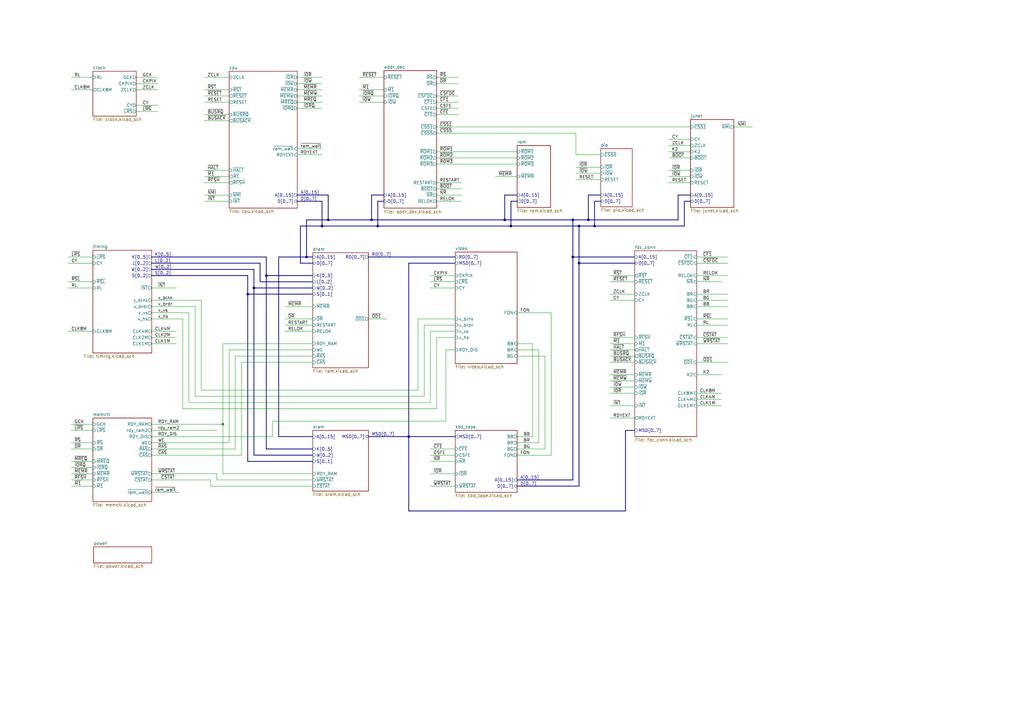
<source format=kicad_sch>
(kicad_sch
	(version 20231120)
	(generator "eeschema")
	(generator_version "8.0")
	(uuid "0271c3a3-05ee-4875-8887-deb235e3855a")
	(paper "A3")
	(title_block
		(title "Elwro 800 Junior Rev C")
		(company "Przemysław Węgrzyn <pwegrzyn@codepainters.com>")
	)
	(lib_symbols)
	(junction
		(at 209.55 92.71)
		(diameter 0)
		(color 0 0 0 0)
		(uuid "03e436e3-4f8b-45d0-8213-5d6a721f38dd")
	)
	(junction
		(at 241.3 90.17)
		(diameter 0)
		(color 0 0 0 0)
		(uuid "14da6e57-b1d1-4b72-8630-9e76f5dcf965")
	)
	(junction
		(at 167.64 179.07)
		(diameter 0)
		(color 0 0 0 0)
		(uuid "6a638877-7037-4dce-950c-d93d71f7eff9")
	)
	(junction
		(at 109.22 113.03)
		(diameter 0)
		(color 0 0 0 0)
		(uuid "6cbc3dc3-ccfa-4447-8263-f0cc6aa139a1")
	)
	(junction
		(at 154.94 92.71)
		(diameter 0)
		(color 0 0 0 0)
		(uuid "72d64c41-69a8-4a3e-8459-cd602216ef04")
	)
	(junction
		(at 234.95 105.41)
		(diameter 0)
		(color 0 0 0 0)
		(uuid "8c84ffc2-dbfe-4a2f-965e-c9a7d9634ee2")
	)
	(junction
		(at 237.49 92.71)
		(diameter 0)
		(color 0 0 0 0)
		(uuid "8e9b3d07-f7ce-4718-8563-e53fccfc6f89")
	)
	(junction
		(at 125.73 105.41)
		(diameter 0)
		(color 0 0 0 0)
		(uuid "994f2be2-578a-49a8-92be-f42f9469b3c5")
	)
	(junction
		(at 132.08 92.71)
		(diameter 0)
		(color 0 0 0 0)
		(uuid "a208fdf4-c2d8-4bea-bf99-2f3ac4ebcbbd")
	)
	(junction
		(at 101.6 120.65)
		(diameter 0)
		(color 0 0 0 0)
		(uuid "a6efbb2a-cf13-46af-b435-5fb29f20bf8d")
	)
	(junction
		(at 207.01 90.17)
		(diameter 0)
		(color 0 0 0 0)
		(uuid "b84387e4-7677-4a6d-b74a-ab4f17ccc810")
	)
	(junction
		(at 234.95 90.17)
		(diameter 0)
		(color 0 0 0 0)
		(uuid "bb9cbd8e-9151-41d2-998c-baabb3961247")
	)
	(junction
		(at 91.44 173.99)
		(diameter 0)
		(color 0 0 0 0)
		(uuid "cce1e430-7d81-44ea-9fb7-557aab685899")
	)
	(junction
		(at 104.14 118.11)
		(diameter 0)
		(color 0 0 0 0)
		(uuid "d1528de1-f9d1-4953-8551-0d932eb1d88c")
	)
	(junction
		(at 152.4 90.17)
		(diameter 0)
		(color 0 0 0 0)
		(uuid "ddb655e2-63fa-4dd5-9d39-df84175bb11e")
	)
	(junction
		(at 237.49 107.95)
		(diameter 0)
		(color 0 0 0 0)
		(uuid "e279471c-ea22-43e1-a34c-c424fa2548e6")
	)
	(junction
		(at 243.84 92.71)
		(diameter 0)
		(color 0 0 0 0)
		(uuid "e4d39a23-f67d-4f36-a600-32f5304431f7")
	)
	(junction
		(at 134.62 90.17)
		(diameter 0)
		(color 0 0 0 0)
		(uuid "eab7a634-061f-4861-b916-d9c36b4fb7f2")
	)
	(wire
		(pts
			(xy 250.19 153.67) (xy 260.35 153.67)
		)
		(stroke
			(width 0)
			(type default)
		)
		(uuid "000ffce7-4f62-4cf8-be60-c94778206310")
	)
	(wire
		(pts
			(xy 111.76 172.72) (xy 182.88 172.72)
		)
		(stroke
			(width 0)
			(type default)
		)
		(uuid "00f6f141-93da-420a-a169-2909450c6d88")
	)
	(wire
		(pts
			(xy 121.92 41.91) (xy 132.08 41.91)
		)
		(stroke
			(width 0)
			(type default)
		)
		(uuid "017a2f7c-3419-4dd7-8509-cf8d2a05c13d")
	)
	(bus
		(pts
			(xy 125.73 105.41) (xy 114.3 105.41)
		)
		(stroke
			(width 0)
			(type default)
		)
		(uuid "0183e3e2-a963-4890-a8ad-29e289919799")
	)
	(wire
		(pts
			(xy 236.22 73.66) (xy 246.38 73.66)
		)
		(stroke
			(width 0)
			(type default)
		)
		(uuid "02283214-d2a1-4d28-95c3-2e89c6985d1c")
	)
	(wire
		(pts
			(xy 179.07 54.61) (xy 236.22 54.61)
		)
		(stroke
			(width 0)
			(type default)
		)
		(uuid "0322ccd8-d95b-46f5-bbeb-1e7001f3ac28")
	)
	(wire
		(pts
			(xy 212.09 143.51) (xy 220.98 143.51)
		)
		(stroke
			(width 0)
			(type default)
		)
		(uuid "039e9cdf-0c75-4b06-b07d-1e07f79ccd93")
	)
	(wire
		(pts
			(xy 111.76 179.07) (xy 111.76 172.72)
		)
		(stroke
			(width 0)
			(type default)
		)
		(uuid "0646ebd4-1731-434a-ad27-2bbe6b73c96d")
	)
	(wire
		(pts
			(xy 250.19 158.75) (xy 260.35 158.75)
		)
		(stroke
			(width 0)
			(type default)
		)
		(uuid "06786cf8-9e35-4057-8272-0d716ca0c875")
	)
	(bus
		(pts
			(xy 212.09 196.85) (xy 234.95 196.85)
		)
		(stroke
			(width 0)
			(type default)
		)
		(uuid "068c9833-7a79-4b8b-ba10-f0a7d6601926")
	)
	(wire
		(pts
			(xy 250.19 113.03) (xy 260.35 113.03)
		)
		(stroke
			(width 0)
			(type default)
		)
		(uuid "08127f55-91a9-4f4f-86e8-4517a5c24675")
	)
	(bus
		(pts
			(xy 243.84 92.71) (xy 243.84 82.55)
		)
		(stroke
			(width 0)
			(type default)
		)
		(uuid "0921cc5a-3ae4-4c56-806c-57245a6f0f0a")
	)
	(wire
		(pts
			(xy 147.32 39.37) (xy 157.48 39.37)
		)
		(stroke
			(width 0)
			(type default)
		)
		(uuid "0dd022ee-28f5-4632-a264-456dd9cd0155")
	)
	(wire
		(pts
			(xy 147.32 41.91) (xy 157.48 41.91)
		)
		(stroke
			(width 0)
			(type default)
		)
		(uuid "0df37bdb-53ae-41b4-8b84-fae33c3e4345")
	)
	(wire
		(pts
			(xy 151.13 130.81) (xy 158.75 130.81)
		)
		(stroke
			(width 0)
			(type default)
		)
		(uuid "0e57c7ea-740d-48fa-b0df-f2dce7715a58")
	)
	(wire
		(pts
			(xy 80.01 125.73) (xy 80.01 162.56)
		)
		(stroke
			(width 0)
			(type default)
		)
		(uuid "0f7e3894-e6d9-4e60-921c-a5ebab33f430")
	)
	(wire
		(pts
			(xy 29.21 36.83) (xy 38.1 36.83)
		)
		(stroke
			(width 0)
			(type default)
		)
		(uuid "10a948c0-cdbe-4784-a116-106611899488")
	)
	(wire
		(pts
			(xy 121.92 31.75) (xy 132.08 31.75)
		)
		(stroke
			(width 0)
			(type default)
		)
		(uuid "10cd6a51-89df-497d-a5a3-0f0b97b29752")
	)
	(wire
		(pts
			(xy 29.21 176.53) (xy 38.1 176.53)
		)
		(stroke
			(width 0)
			(type default)
		)
		(uuid "110e5212-abf4-4457-b7b4-9511a777849c")
	)
	(wire
		(pts
			(xy 27.94 118.11) (xy 38.1 118.11)
		)
		(stroke
			(width 0)
			(type default)
		)
		(uuid "11562d3a-89bb-47aa-967c-1ca84226043b")
	)
	(wire
		(pts
			(xy 285.75 120.65) (xy 298.45 120.65)
		)
		(stroke
			(width 0)
			(type default)
		)
		(uuid "14b2d42d-c6a1-4034-b529-6900e274db45")
	)
	(wire
		(pts
			(xy 29.21 199.39) (xy 38.1 199.39)
		)
		(stroke
			(width 0)
			(type default)
		)
		(uuid "1523cc98-9877-4337-95c1-4b01f28333e0")
	)
	(wire
		(pts
			(xy 179.07 74.93) (xy 189.23 74.93)
		)
		(stroke
			(width 0)
			(type default)
		)
		(uuid "15772c46-6daf-4707-ba89-7564f6cccacf")
	)
	(wire
		(pts
			(xy 176.53 184.15) (xy 186.69 184.15)
		)
		(stroke
			(width 0)
			(type default)
		)
		(uuid "167d3b3a-e603-4cbd-90b0-0be41abffa86")
	)
	(wire
		(pts
			(xy 179.07 41.91) (xy 187.96 41.91)
		)
		(stroke
			(width 0)
			(type default)
		)
		(uuid "190f33c3-d167-4ba5-92f2-65803786f6bc")
	)
	(wire
		(pts
			(xy 121.92 60.96) (xy 132.08 60.96)
		)
		(stroke
			(width 0)
			(type default)
		)
		(uuid "192c415d-aee9-4bc1-87f7-89573f79b42e")
	)
	(wire
		(pts
			(xy 250.19 138.43) (xy 260.35 138.43)
		)
		(stroke
			(width 0)
			(type default)
		)
		(uuid "194f2d22-653e-4197-be43-2cab54afe204")
	)
	(wire
		(pts
			(xy 274.32 74.93) (xy 283.21 74.93)
		)
		(stroke
			(width 0)
			(type default)
		)
		(uuid "1992e6b2-35c9-4c31-95a5-8e5f530b1f61")
	)
	(wire
		(pts
			(xy 250.19 115.57) (xy 260.35 115.57)
		)
		(stroke
			(width 0)
			(type default)
		)
		(uuid "1adc527b-df8c-45da-9e9a-5338baa5e016")
	)
	(wire
		(pts
			(xy 77.47 128.27) (xy 77.47 165.1)
		)
		(stroke
			(width 0)
			(type default)
		)
		(uuid "1b4be382-7f65-4be0-a6ce-97d5aad263b7")
	)
	(bus
		(pts
			(xy 62.23 107.95) (xy 106.68 107.95)
		)
		(stroke
			(width 0)
			(type default)
		)
		(uuid "1b6df249-950f-4169-bbe9-323d7d742afb")
	)
	(wire
		(pts
			(xy 74.93 130.81) (xy 74.93 167.64)
		)
		(stroke
			(width 0)
			(type default)
		)
		(uuid "1c449c49-083e-4711-ac1a-5e13304e9c4a")
	)
	(wire
		(pts
			(xy 29.21 173.99) (xy 38.1 173.99)
		)
		(stroke
			(width 0)
			(type default)
		)
		(uuid "1d9c53f6-0714-478d-a092-fa284124d837")
	)
	(wire
		(pts
			(xy 83.82 82.55) (xy 93.98 82.55)
		)
		(stroke
			(width 0)
			(type default)
		)
		(uuid "21650f3f-6bc7-48d0-bb5e-310aaa9d6913")
	)
	(wire
		(pts
			(xy 182.88 143.51) (xy 186.69 143.51)
		)
		(stroke
			(width 0)
			(type default)
		)
		(uuid "21fbed55-5957-47fc-a1da-92092a720f6c")
	)
	(wire
		(pts
			(xy 179.07 44.45) (xy 187.96 44.45)
		)
		(stroke
			(width 0)
			(type default)
		)
		(uuid "22e4d5d6-a6ec-4072-a683-5a5cf7bee311")
	)
	(bus
		(pts
			(xy 234.95 105.41) (xy 260.35 105.41)
		)
		(stroke
			(width 0)
			(type default)
		)
		(uuid "256f72af-8a71-4543-9485-fcc27713c0ee")
	)
	(wire
		(pts
			(xy 285.75 123.19) (xy 298.45 123.19)
		)
		(stroke
			(width 0)
			(type default)
		)
		(uuid "2765940b-70c9-44fd-bf01-d15b0228fbd4")
	)
	(bus
		(pts
			(xy 152.4 80.01) (xy 157.48 80.01)
		)
		(stroke
			(width 0)
			(type default)
		)
		(uuid "291ca19f-d0d8-4d70-8667-778821ea09f2")
	)
	(wire
		(pts
			(xy 83.82 72.39) (xy 93.98 72.39)
		)
		(stroke
			(width 0)
			(type default)
		)
		(uuid "2b36bb3c-eb7f-4643-81d8-db300c29348a")
	)
	(wire
		(pts
			(xy 274.32 69.85) (xy 283.21 69.85)
		)
		(stroke
			(width 0)
			(type default)
		)
		(uuid "2e65e201-9c55-4c51-b728-5d15856b0d07")
	)
	(bus
		(pts
			(xy 243.84 82.55) (xy 246.38 82.55)
		)
		(stroke
			(width 0)
			(type default)
		)
		(uuid "3179d014-0e41-4e4f-bc93-2a174918eac5")
	)
	(wire
		(pts
			(xy 176.53 199.39) (xy 186.69 199.39)
		)
		(stroke
			(width 0)
			(type default)
		)
		(uuid "31818fed-ecf8-4cdd-b568-a7aa424eb543")
	)
	(wire
		(pts
			(xy 83.82 39.37) (xy 93.98 39.37)
		)
		(stroke
			(width 0)
			(type default)
		)
		(uuid "331e16c9-0564-44f3-8fee-b02a60db287f")
	)
	(wire
		(pts
			(xy 250.19 123.19) (xy 260.35 123.19)
		)
		(stroke
			(width 0)
			(type default)
		)
		(uuid "34c72a71-8975-415c-b340-4d1e7d49ca0b")
	)
	(wire
		(pts
			(xy 62.23 194.31) (xy 88.9 194.31)
		)
		(stroke
			(width 0)
			(type default)
		)
		(uuid "34ef426b-d57b-4a18-9895-aa208102ee9f")
	)
	(wire
		(pts
			(xy 27.94 107.95) (xy 38.1 107.95)
		)
		(stroke
			(width 0)
			(type default)
		)
		(uuid "35eb5f3f-48f9-4a6f-acec-7f8e2e6e3fb1")
	)
	(bus
		(pts
			(xy 209.55 92.71) (xy 209.55 82.55)
		)
		(stroke
			(width 0)
			(type default)
		)
		(uuid "361e976c-1c1e-4d11-acf6-3e0d1025f5d3")
	)
	(bus
		(pts
			(xy 278.13 90.17) (xy 278.13 80.01)
		)
		(stroke
			(width 0)
			(type default)
		)
		(uuid "38ccffbb-0fbe-4532-ad9b-e4ac5e2cdd5e")
	)
	(bus
		(pts
			(xy 109.22 184.15) (xy 128.27 184.15)
		)
		(stroke
			(width 0)
			(type default)
		)
		(uuid "39cfff04-9708-4d76-9ff3-c6fa030cd8ca")
	)
	(wire
		(pts
			(xy 29.21 191.77) (xy 38.1 191.77)
		)
		(stroke
			(width 0)
			(type default)
		)
		(uuid "39e78f4d-bbae-41be-94de-db84f984851a")
	)
	(wire
		(pts
			(xy 62.23 140.97) (xy 72.39 140.97)
		)
		(stroke
			(width 0)
			(type default)
		)
		(uuid "3ae4d041-c8b0-4038-84f3-d0eb23e6b3db")
	)
	(wire
		(pts
			(xy 88.9 194.31) (xy 88.9 196.85)
		)
		(stroke
			(width 0)
			(type default)
		)
		(uuid "3b13de67-59ee-4725-8eb6-31cca8184a2b")
	)
	(bus
		(pts
			(xy 167.64 179.07) (xy 167.64 107.95)
		)
		(stroke
			(width 0)
			(type default)
		)
		(uuid "3d435726-71a6-4c38-9c31-5b34e4b96819")
	)
	(wire
		(pts
			(xy 250.19 166.37) (xy 260.35 166.37)
		)
		(stroke
			(width 0)
			(type default)
		)
		(uuid "3d50e5da-635e-42ef-bd4e-c6092fc75196")
	)
	(bus
		(pts
			(xy 109.22 105.41) (xy 109.22 113.03)
		)
		(stroke
			(width 0)
			(type default)
		)
		(uuid "3d6f4bc2-e524-47d9-b329-3f804ec83111")
	)
	(wire
		(pts
			(xy 285.75 105.41) (xy 298.45 105.41)
		)
		(stroke
			(width 0)
			(type default)
		)
		(uuid "3e9638f9-76e8-4032-b331-d7b9673b74a4")
	)
	(wire
		(pts
			(xy 179.07 64.77) (xy 212.09 64.77)
		)
		(stroke
			(width 0)
			(type default)
		)
		(uuid "3ea62db4-d494-4ae0-ac34-d10b5926d54f")
	)
	(wire
		(pts
			(xy 274.32 64.77) (xy 283.21 64.77)
		)
		(stroke
			(width 0)
			(type default)
		)
		(uuid "40e4b3f7-1328-42a5-9eb3-26efa351ed93")
	)
	(bus
		(pts
			(xy 134.62 90.17) (xy 152.4 90.17)
		)
		(stroke
			(width 0)
			(type default)
		)
		(uuid "44e0b8b2-8282-4412-9eb9-49e9c16f95f7")
	)
	(bus
		(pts
			(xy 207.01 90.17) (xy 207.01 80.01)
		)
		(stroke
			(width 0)
			(type default)
		)
		(uuid "457f02ac-e2a8-4707-bde4-3b83d078475b")
	)
	(wire
		(pts
			(xy 62.23 186.69) (xy 99.06 186.69)
		)
		(stroke
			(width 0)
			(type default)
		)
		(uuid "45d53648-c824-4468-a270-e553965bd649")
	)
	(bus
		(pts
			(xy 104.14 186.69) (xy 128.27 186.69)
		)
		(stroke
			(width 0)
			(type default)
		)
		(uuid "4732dee5-3c99-4246-84c7-b0d47b385d33")
	)
	(wire
		(pts
			(xy 250.19 146.05) (xy 260.35 146.05)
		)
		(stroke
			(width 0)
			(type default)
		)
		(uuid "4b15c72d-f6ff-4e0a-896f-d07da47450be")
	)
	(wire
		(pts
			(xy 91.44 194.31) (xy 128.27 194.31)
		)
		(stroke
			(width 0)
			(type default)
		)
		(uuid "4c6c31de-a3be-48fc-af66-a512b05c7c03")
	)
	(bus
		(pts
			(xy 152.4 90.17) (xy 152.4 80.01)
		)
		(stroke
			(width 0)
			(type default)
		)
		(uuid "4c995ea1-4752-473a-ab3d-1125421e89b7")
	)
	(wire
		(pts
			(xy 62.23 196.85) (xy 86.36 196.85)
		)
		(stroke
			(width 0)
			(type default)
		)
		(uuid "4d38c0a0-0783-4a7d-b932-393b9988ed0a")
	)
	(bus
		(pts
			(xy 128.27 105.41) (xy 125.73 105.41)
		)
		(stroke
			(width 0)
			(type default)
		)
		(uuid "4daae2c0-e382-4fe1-90ab-d56b19c2b6d3")
	)
	(wire
		(pts
			(xy 62.23 135.89) (xy 72.39 135.89)
		)
		(stroke
			(width 0)
			(type default)
		)
		(uuid "50368b28-1c77-494f-b796-4abfc7a97ec1")
	)
	(bus
		(pts
			(xy 243.84 92.71) (xy 280.67 92.71)
		)
		(stroke
			(width 0)
			(type default)
		)
		(uuid "50d98e32-6482-4cf2-bc33-c8b40b7d5f55")
	)
	(bus
		(pts
			(xy 62.23 105.41) (xy 109.22 105.41)
		)
		(stroke
			(width 0)
			(type default)
		)
		(uuid "50f7bf9b-b23a-4781-a637-0e787f647b97")
	)
	(wire
		(pts
			(xy 212.09 128.27) (xy 226.06 128.27)
		)
		(stroke
			(width 0)
			(type default)
		)
		(uuid "5295b817-2bc7-4e2f-8870-f85f047c279a")
	)
	(wire
		(pts
			(xy 250.19 171.45) (xy 260.35 171.45)
		)
		(stroke
			(width 0)
			(type default)
		)
		(uuid "536fa6e6-66c7-4072-af76-d3e78136d9bb")
	)
	(wire
		(pts
			(xy 285.75 107.95) (xy 298.45 107.95)
		)
		(stroke
			(width 0)
			(type default)
		)
		(uuid "537e0a65-77ab-4b9e-95ed-333a75b436af")
	)
	(wire
		(pts
			(xy 212.09 146.05) (xy 223.52 146.05)
		)
		(stroke
			(width 0)
			(type default)
		)
		(uuid "53b7db4c-dccc-4855-964d-813834cf39c4")
	)
	(wire
		(pts
			(xy 250.19 156.21) (xy 260.35 156.21)
		)
		(stroke
			(width 0)
			(type default)
		)
		(uuid "542e38f3-0320-4126-9030-d8f84611a755")
	)
	(wire
		(pts
			(xy 179.07 167.64) (xy 179.07 138.43)
		)
		(stroke
			(width 0)
			(type default)
		)
		(uuid "54842dc0-35ec-4c55-b389-52ae8fd75bda")
	)
	(bus
		(pts
			(xy 241.3 90.17) (xy 241.3 80.01)
		)
		(stroke
			(width 0)
			(type default)
		)
		(uuid "54c3e6d3-ab94-4914-a2fb-b1f092464486")
	)
	(wire
		(pts
			(xy 62.23 173.99) (xy 91.44 173.99)
		)
		(stroke
			(width 0)
			(type default)
		)
		(uuid "54cd969b-4459-4428-be4d-f503b529f8c3")
	)
	(bus
		(pts
			(xy 167.64 107.95) (xy 186.69 107.95)
		)
		(stroke
			(width 0)
			(type default)
		)
		(uuid "552183dc-941c-4300-9ea3-1a65074271aa")
	)
	(wire
		(pts
			(xy 74.93 167.64) (xy 179.07 167.64)
		)
		(stroke
			(width 0)
			(type default)
		)
		(uuid "55a4c98e-87d7-418b-b8c3-0f3ba3bff720")
	)
	(wire
		(pts
			(xy 62.23 123.19) (xy 82.55 123.19)
		)
		(stroke
			(width 0)
			(type default)
		)
		(uuid "57dcba74-d085-4045-9a7d-4e8a6441084f")
	)
	(wire
		(pts
			(xy 29.21 184.15) (xy 38.1 184.15)
		)
		(stroke
			(width 0)
			(type default)
		)
		(uuid "58b3e482-7e16-4c42-ba0f-c57e9ee2a962")
	)
	(bus
		(pts
			(xy 237.49 199.39) (xy 237.49 107.95)
		)
		(stroke
			(width 0)
			(type default)
		)
		(uuid "58b8aa5f-4d9a-4e27-a1f1-eeec31fcd1f1")
	)
	(bus
		(pts
			(xy 237.49 107.95) (xy 237.49 92.71)
		)
		(stroke
			(width 0)
			(type default)
		)
		(uuid "58cc9c75-9329-48d9-9dcd-a5ea8b964561")
	)
	(wire
		(pts
			(xy 236.22 63.5) (xy 236.22 54.61)
		)
		(stroke
			(width 0)
			(type default)
		)
		(uuid "591b018a-5622-4c3c-8194-dc9dcc491609")
	)
	(bus
		(pts
			(xy 154.94 82.55) (xy 157.48 82.55)
		)
		(stroke
			(width 0)
			(type default)
		)
		(uuid "5b326d73-cbb9-4cb9-9068-ca36f481792c")
	)
	(bus
		(pts
			(xy 278.13 80.01) (xy 283.21 80.01)
		)
		(stroke
			(width 0)
			(type default)
		)
		(uuid "5b9fa8fe-9b53-47f6-b322-157ff6c4bebb")
	)
	(wire
		(pts
			(xy 171.45 130.81) (xy 186.69 130.81)
		)
		(stroke
			(width 0)
			(type default)
		)
		(uuid "5cbc066b-5535-4f65-a306-e5abc06343ac")
	)
	(wire
		(pts
			(xy 250.19 148.59) (xy 260.35 148.59)
		)
		(stroke
			(width 0)
			(type default)
		)
		(uuid "5de6f655-fd68-4c53-9063-57780dde6251")
	)
	(bus
		(pts
			(xy 104.14 118.11) (xy 128.27 118.11)
		)
		(stroke
			(width 0)
			(type default)
		)
		(uuid "5e1ea0c4-ceed-4d7e-b0de-8716a81c69bb")
	)
	(wire
		(pts
			(xy 93.98 143.51) (xy 128.27 143.51)
		)
		(stroke
			(width 0)
			(type default)
		)
		(uuid "5eb81229-2516-4ec8-9962-697d1069dc3f")
	)
	(bus
		(pts
			(xy 101.6 113.03) (xy 101.6 120.65)
		)
		(stroke
			(width 0)
			(type default)
		)
		(uuid "60960b4c-c15a-4ce4-994d-73a7825e373b")
	)
	(wire
		(pts
			(xy 179.07 34.29) (xy 187.96 34.29)
		)
		(stroke
			(width 0)
			(type default)
		)
		(uuid "62150ae7-fd58-4920-966c-ca92c3427487")
	)
	(wire
		(pts
			(xy 96.52 146.05) (xy 128.27 146.05)
		)
		(stroke
			(width 0)
			(type default)
		)
		(uuid "6281332d-6a04-4beb-bc1b-e97015bb72e5")
	)
	(wire
		(pts
			(xy 83.82 74.93) (xy 93.98 74.93)
		)
		(stroke
			(width 0)
			(type default)
		)
		(uuid "62abc4bd-2742-4be5-9e9a-3fbab8453c5a")
	)
	(bus
		(pts
			(xy 128.27 107.95) (xy 123.19 107.95)
		)
		(stroke
			(width 0)
			(type default)
		)
		(uuid "6344f904-2126-4a26-8614-30fa8ec7e4e8")
	)
	(wire
		(pts
			(xy 179.07 80.01) (xy 189.23 80.01)
		)
		(stroke
			(width 0)
			(type default)
		)
		(uuid "63698b0a-6b42-402f-b3ac-927620b102f2")
	)
	(wire
		(pts
			(xy 29.21 189.23) (xy 38.1 189.23)
		)
		(stroke
			(width 0)
			(type default)
		)
		(uuid "640b5834-6853-46a9-b964-53013a6b202a")
	)
	(wire
		(pts
			(xy 27.94 105.41) (xy 38.1 105.41)
		)
		(stroke
			(width 0)
			(type default)
		)
		(uuid "64d439b0-bd1e-4983-bf2d-9ac100e28423")
	)
	(wire
		(pts
			(xy 250.19 143.51) (xy 260.35 143.51)
		)
		(stroke
			(width 0)
			(type default)
		)
		(uuid "64d52148-3cf4-45a3-be00-493f4eb92dd1")
	)
	(wire
		(pts
			(xy 83.82 36.83) (xy 93.98 36.83)
		)
		(stroke
			(width 0)
			(type default)
		)
		(uuid "672168f1-3cc5-4b83-a1fc-1ea09f331a3d")
	)
	(wire
		(pts
			(xy 27.94 135.89) (xy 38.1 135.89)
		)
		(stroke
			(width 0)
			(type default)
		)
		(uuid "67370837-156e-4845-bb5f-5cd155af697f")
	)
	(wire
		(pts
			(xy 62.23 118.11) (xy 72.39 118.11)
		)
		(stroke
			(width 0)
			(type default)
		)
		(uuid "68d53b62-c6cf-4a25-83ba-ad2673e547a6")
	)
	(bus
		(pts
			(xy 234.95 196.85) (xy 234.95 105.41)
		)
		(stroke
			(width 0)
			(type default)
		)
		(uuid "68e89832-6f5c-45f2-85cd-d6e7a7777959")
	)
	(wire
		(pts
			(xy 226.06 186.69) (xy 226.06 128.27)
		)
		(stroke
			(width 0)
			(type default)
		)
		(uuid "6b5c578b-5aeb-4f5d-8f17-897e20918f25")
	)
	(wire
		(pts
			(xy 116.84 125.73) (xy 128.27 125.73)
		)
		(stroke
			(width 0)
			(type default)
		)
		(uuid "6bce3335-654f-4245-83e7-ff37eb18ea79")
	)
	(wire
		(pts
			(xy 236.22 68.58) (xy 246.38 68.58)
		)
		(stroke
			(width 0)
			(type default)
		)
		(uuid "6c5d599f-bd6b-4c2b-96ed-d3cf85a0f405")
	)
	(wire
		(pts
			(xy 116.84 133.35) (xy 128.27 133.35)
		)
		(stroke
			(width 0)
			(type default)
		)
		(uuid "6d68b8d3-5579-40f3-849d-662d57435b2f")
	)
	(wire
		(pts
			(xy 285.75 153.67) (xy 295.91 153.67)
		)
		(stroke
			(width 0)
			(type default)
		)
		(uuid "6fba3a7a-b142-4baf-88b4-d50ffcc85524")
	)
	(bus
		(pts
			(xy 101.6 189.23) (xy 101.6 120.65)
		)
		(stroke
			(width 0)
			(type default)
		)
		(uuid "71fbb20e-9edc-4b8d-bcb6-d697973c1bfc")
	)
	(wire
		(pts
			(xy 62.23 179.07) (xy 111.76 179.07)
		)
		(stroke
			(width 0)
			(type default)
		)
		(uuid "72bc6bd1-3db5-43ab-993d-872133f4a93c")
	)
	(bus
		(pts
			(xy 237.49 92.71) (xy 243.84 92.71)
		)
		(stroke
			(width 0)
			(type default)
		)
		(uuid "731f1975-aeab-413d-ac3e-223c83c1b381")
	)
	(wire
		(pts
			(xy 274.32 59.69) (xy 283.21 59.69)
		)
		(stroke
			(width 0)
			(type default)
		)
		(uuid "73bd4496-5a77-4dc7-afe7-58c958f63ea7")
	)
	(bus
		(pts
			(xy 152.4 90.17) (xy 207.01 90.17)
		)
		(stroke
			(width 0)
			(type default)
		)
		(uuid "743ec872-1561-476d-8b2e-212781e2ebc3")
	)
	(wire
		(pts
			(xy 173.99 162.56) (xy 173.99 133.35)
		)
		(stroke
			(width 0)
			(type default)
		)
		(uuid "75b3cdb2-6779-492d-93e1-90904c7b7439")
	)
	(bus
		(pts
			(xy 101.6 189.23) (xy 128.27 189.23)
		)
		(stroke
			(width 0)
			(type default)
		)
		(uuid "78d70e08-f420-4452-95b9-a4af786aec2a")
	)
	(wire
		(pts
			(xy 91.44 173.99) (xy 91.44 194.31)
		)
		(stroke
			(width 0)
			(type default)
		)
		(uuid "79c534b6-a53b-42f2-8fa5-a3131f9eaef4")
	)
	(wire
		(pts
			(xy 83.82 49.53) (xy 93.98 49.53)
		)
		(stroke
			(width 0)
			(type default)
		)
		(uuid "7a0014ff-5f4c-4512-8ea9-4d49886da9c1")
	)
	(wire
		(pts
			(xy 62.23 176.53) (xy 88.9 176.53)
		)
		(stroke
			(width 0)
			(type default)
		)
		(uuid "7a42890f-b4dc-48d9-b97c-853f89864202")
	)
	(wire
		(pts
			(xy 55.88 34.29) (xy 64.77 34.29)
		)
		(stroke
			(width 0)
			(type default)
		)
		(uuid "7a68ad41-31f9-41b5-83dd-d3f4c65ae10d")
	)
	(bus
		(pts
			(xy 104.14 186.69) (xy 104.14 118.11)
		)
		(stroke
			(width 0)
			(type default)
		)
		(uuid "7abfa051-2ddf-4c71-a397-a833cb41d225")
	)
	(wire
		(pts
			(xy 176.53 165.1) (xy 176.53 135.89)
		)
		(stroke
			(width 0)
			(type default)
		)
		(uuid "7b2d6629-4c38-4451-91f7-13293ba5c869")
	)
	(wire
		(pts
			(xy 212.09 179.07) (xy 218.44 179.07)
		)
		(stroke
			(width 0)
			(type default)
		)
		(uuid "7b62b692-d8be-45a2-a2b9-a3b873d2f2d9")
	)
	(wire
		(pts
			(xy 285.75 138.43) (xy 298.45 138.43)
		)
		(stroke
			(width 0)
			(type default)
		)
		(uuid "7be69c53-a9eb-404e-865d-9018b29d4132")
	)
	(wire
		(pts
			(xy 173.99 133.35) (xy 186.69 133.35)
		)
		(stroke
			(width 0)
			(type default)
		)
		(uuid "7bef9d33-e7ee-4db1-aa9d-b52cab055b7c")
	)
	(wire
		(pts
			(xy 176.53 189.23) (xy 186.69 189.23)
		)
		(stroke
			(width 0)
			(type default)
		)
		(uuid "7c322b09-0189-40e7-9324-1c69db6106d1")
	)
	(bus
		(pts
			(xy 104.14 110.49) (xy 104.14 118.11)
		)
		(stroke
			(width 0)
			(type default)
		)
		(uuid "80443746-9f86-4940-94b7-8be393cb6d86")
	)
	(wire
		(pts
			(xy 62.23 128.27) (xy 77.47 128.27)
		)
		(stroke
			(width 0)
			(type default)
		)
		(uuid "804ed7eb-d748-4025-9b5a-ff438e405dbf")
	)
	(wire
		(pts
			(xy 274.32 57.15) (xy 283.21 57.15)
		)
		(stroke
			(width 0)
			(type default)
		)
		(uuid "81a5c5a1-0ae9-4486-aabf-3a71ef813095")
	)
	(wire
		(pts
			(xy 176.53 118.11) (xy 186.69 118.11)
		)
		(stroke
			(width 0)
			(type default)
		)
		(uuid "827d01c6-f579-4536-b6e2-d922e502ccc5")
	)
	(bus
		(pts
			(xy 167.64 179.07) (xy 186.69 179.07)
		)
		(stroke
			(width 0)
			(type default)
		)
		(uuid "83393883-907d-42d6-8e17-13fdbe115431")
	)
	(wire
		(pts
			(xy 176.53 194.31) (xy 186.69 194.31)
		)
		(stroke
			(width 0)
			(type default)
		)
		(uuid "8354b83b-a3d7-4707-9afd-10f131ee091b")
	)
	(bus
		(pts
			(xy 280.67 82.55) (xy 283.21 82.55)
		)
		(stroke
			(width 0)
			(type default)
		)
		(uuid "84625d93-f6c4-4e4e-a8d9-5f4d425a99c3")
	)
	(bus
		(pts
			(xy 125.73 90.17) (xy 134.62 90.17)
		)
		(stroke
			(width 0)
			(type default)
		)
		(uuid "84710fa4-dfe1-48c3-a689-4338639b472c")
	)
	(wire
		(pts
			(xy 179.07 67.31) (xy 212.09 67.31)
		)
		(stroke
			(width 0)
			(type default)
		)
		(uuid "85f7c582-f31d-4375-992c-d5f7298d61eb")
	)
	(wire
		(pts
			(xy 236.22 71.12) (xy 246.38 71.12)
		)
		(stroke
			(width 0)
			(type default)
		)
		(uuid "860bd5dc-8e13-4a88-b494-64aebf080a37")
	)
	(wire
		(pts
			(xy 274.32 72.39) (xy 283.21 72.39)
		)
		(stroke
			(width 0)
			(type default)
		)
		(uuid "8611ee61-7eec-4c43-a30e-6723d0fc07ce")
	)
	(wire
		(pts
			(xy 285.75 113.03) (xy 298.45 113.03)
		)
		(stroke
			(width 0)
			(type default)
		)
		(uuid "8617e7de-712a-4601-8a83-075294a025fa")
	)
	(wire
		(pts
			(xy 62.23 138.43) (xy 72.39 138.43)
		)
		(stroke
			(width 0)
			(type default)
		)
		(uuid "874e9c81-e4b7-4ecc-9081-7e271a258f5e")
	)
	(bus
		(pts
			(xy 154.94 92.71) (xy 209.55 92.71)
		)
		(stroke
			(width 0)
			(type default)
		)
		(uuid "8775c450-a3b7-4fc2-99a8-7fc17dd075ea")
	)
	(wire
		(pts
			(xy 82.55 123.19) (xy 82.55 160.02)
		)
		(stroke
			(width 0)
			(type default)
		)
		(uuid "89b00795-ed60-4a36-beb6-e4ce7ee8c6e9")
	)
	(wire
		(pts
			(xy 250.19 161.29) (xy 260.35 161.29)
		)
		(stroke
			(width 0)
			(type default)
		)
		(uuid "8b53284a-5010-4be2-8c25-f0d5f4a29a5b")
	)
	(wire
		(pts
			(xy 62.23 125.73) (xy 80.01 125.73)
		)
		(stroke
			(width 0)
			(type default)
		)
		(uuid "8bd98099-db24-4475-a33f-304d15a906bd")
	)
	(bus
		(pts
			(xy 256.54 209.55) (xy 256.54 176.53)
		)
		(stroke
			(width 0)
			(type default)
		)
		(uuid "8c003204-a3f3-4e62-acf5-86bf71b070ba")
	)
	(wire
		(pts
			(xy 212.09 140.97) (xy 218.44 140.97)
		)
		(stroke
			(width 0)
			(type default)
		)
		(uuid "8c59fb4f-76a9-4f5b-8aaa-00f3f382a781")
	)
	(bus
		(pts
			(xy 167.64 209.55) (xy 256.54 209.55)
		)
		(stroke
			(width 0)
			(type default)
		)
		(uuid "8cda6bfe-6f8c-4ede-8184-2f067d185a25")
	)
	(bus
		(pts
			(xy 106.68 115.57) (xy 128.27 115.57)
		)
		(stroke
			(width 0)
			(type default)
		)
		(uuid "8ed9c679-c002-49ae-b418-d99fcf927bee")
	)
	(wire
		(pts
			(xy 236.22 63.5) (xy 246.38 63.5)
		)
		(stroke
			(width 0)
			(type default)
		)
		(uuid "8fab320f-9355-4b85-b57e-f4c37dd8357d")
	)
	(wire
		(pts
			(xy 55.88 36.83) (xy 64.77 36.83)
		)
		(stroke
			(width 0)
			(type default)
		)
		(uuid "90ec751c-5a43-44f9-8d1d-ed1050ef5e2f")
	)
	(wire
		(pts
			(xy 176.53 135.89) (xy 186.69 135.89)
		)
		(stroke
			(width 0)
			(type default)
		)
		(uuid "91b4f4a8-d846-4697-bfa2-ddc585a921c6")
	)
	(bus
		(pts
			(xy 106.68 107.95) (xy 106.68 115.57)
		)
		(stroke
			(width 0)
			(type default)
		)
		(uuid "93c03776-f65d-4158-9978-095a02a64709")
	)
	(wire
		(pts
			(xy 88.9 196.85) (xy 128.27 196.85)
		)
		(stroke
			(width 0)
			(type default)
		)
		(uuid "941d8813-07c1-4897-aa77-752d36be8750")
	)
	(wire
		(pts
			(xy 176.53 186.69) (xy 186.69 186.69)
		)
		(stroke
			(width 0)
			(type default)
		)
		(uuid "974a1e60-cbc3-487a-9e28-498d4b6e957f")
	)
	(wire
		(pts
			(xy 83.82 80.01) (xy 93.98 80.01)
		)
		(stroke
			(width 0)
			(type default)
		)
		(uuid "98ce14a5-f873-41c0-b41f-877bcb9d2446")
	)
	(wire
		(pts
			(xy 80.01 162.56) (xy 173.99 162.56)
		)
		(stroke
			(width 0)
			(type default)
		)
		(uuid "99a582b6-7b7a-4bde-9c0a-c30482ac524d")
	)
	(bus
		(pts
			(xy 209.55 92.71) (xy 237.49 92.71)
		)
		(stroke
			(width 0)
			(type default)
		)
		(uuid "9cf35104-d0c9-4d78-9097-81a7e7bdc8da")
	)
	(wire
		(pts
			(xy 27.94 115.57) (xy 38.1 115.57)
		)
		(stroke
			(width 0)
			(type default)
		)
		(uuid "9f4d0134-adee-4c57-937e-333074090295")
	)
	(wire
		(pts
			(xy 212.09 186.69) (xy 226.06 186.69)
		)
		(stroke
			(width 0)
			(type default)
		)
		(uuid "9fa63502-2e0d-41ab-8ac8-be70c6d4b4e6")
	)
	(bus
		(pts
			(xy 207.01 80.01) (xy 212.09 80.01)
		)
		(stroke
			(width 0)
			(type default)
		)
		(uuid "a13ac45a-8f07-42bd-90de-d08b09ed5f5e")
	)
	(wire
		(pts
			(xy 116.84 135.89) (xy 128.27 135.89)
		)
		(stroke
			(width 0)
			(type default)
		)
		(uuid "a1cf7b92-6ca3-48cf-a358-3fed33f3f8c5")
	)
	(wire
		(pts
			(xy 99.06 148.59) (xy 99.06 186.69)
		)
		(stroke
			(width 0)
			(type default)
		)
		(uuid "a25e8a26-f9a9-472d-9e48-ce4e3fcbfd32")
	)
	(bus
		(pts
			(xy 109.22 184.15) (xy 109.22 113.03)
		)
		(stroke
			(width 0)
			(type default)
		)
		(uuid "a43377f0-0e22-4011-a3e2-e79354084ae0")
	)
	(wire
		(pts
			(xy 96.52 146.05) (xy 96.52 184.15)
		)
		(stroke
			(width 0)
			(type default)
		)
		(uuid "a4c0050c-1c62-4d7e-9cce-549e68da8957")
	)
	(bus
		(pts
			(xy 109.22 113.03) (xy 128.27 113.03)
		)
		(stroke
			(width 0)
			(type default)
		)
		(uuid "a58f2bd2-f297-4ea4-97b3-6b57e197cf94")
	)
	(bus
		(pts
			(xy 237.49 107.95) (xy 260.35 107.95)
		)
		(stroke
			(width 0)
			(type default)
		)
		(uuid "a72a03f8-c3c4-46c1-b56b-473bbac1dfc8")
	)
	(wire
		(pts
			(xy 93.98 143.51) (xy 93.98 181.61)
		)
		(stroke
			(width 0)
			(type default)
		)
		(uuid "a82339fa-0c1b-4229-9ce2-2fa83e6c1856")
	)
	(wire
		(pts
			(xy 274.32 62.23) (xy 283.21 62.23)
		)
		(stroke
			(width 0)
			(type default)
		)
		(uuid "a8a0655e-4ef2-49a7-9126-d4bbca2742f2")
	)
	(bus
		(pts
			(xy 62.23 110.49) (xy 104.14 110.49)
		)
		(stroke
			(width 0)
			(type default)
		)
		(uuid "a8c8d919-c0af-4c4c-827a-703ba03e3516")
	)
	(bus
		(pts
			(xy 256.54 176.53) (xy 260.35 176.53)
		)
		(stroke
			(width 0)
			(type default)
		)
		(uuid "a91f28c1-80e3-4c05-b8d9-5aeeaa32ae8c")
	)
	(bus
		(pts
			(xy 114.3 179.07) (xy 128.27 179.07)
		)
		(stroke
			(width 0)
			(type default)
		)
		(uuid "ab7022eb-36ff-44c5-9a29-809cfca97c6d")
	)
	(bus
		(pts
			(xy 121.92 82.55) (xy 132.08 82.55)
		)
		(stroke
			(width 0)
			(type default)
		)
		(uuid "acb3c807-b499-4f89-bfe8-0cc3b1e3db96")
	)
	(wire
		(pts
			(xy 116.84 130.81) (xy 128.27 130.81)
		)
		(stroke
			(width 0)
			(type default)
		)
		(uuid "acd0f3ed-f2e5-4642-a2e7-2a2b009166a4")
	)
	(wire
		(pts
			(xy 83.82 46.99) (xy 93.98 46.99)
		)
		(stroke
			(width 0)
			(type default)
		)
		(uuid "adad915a-359f-485f-9ca9-5ee1d3ecda9e")
	)
	(bus
		(pts
			(xy 132.08 82.55) (xy 132.08 92.71)
		)
		(stroke
			(width 0)
			(type default)
		)
		(uuid "af260790-1bd6-4786-9c61-901e37d26170")
	)
	(wire
		(pts
			(xy 179.07 77.47) (xy 189.23 77.47)
		)
		(stroke
			(width 0)
			(type default)
		)
		(uuid "b15ff994-8c56-4189-8949-939f53b26b55")
	)
	(wire
		(pts
			(xy 121.92 63.5) (xy 132.08 63.5)
		)
		(stroke
			(width 0)
			(type default)
		)
		(uuid "b2bba1e2-95b3-47d0-b917-bcb7fd27768c")
	)
	(wire
		(pts
			(xy 62.23 130.81) (xy 74.93 130.81)
		)
		(stroke
			(width 0)
			(type default)
		)
		(uuid "b36d4506-c605-4358-8bfe-bde240bca63f")
	)
	(wire
		(pts
			(xy 62.23 181.61) (xy 93.98 181.61)
		)
		(stroke
			(width 0)
			(type default)
		)
		(uuid "b3f613bc-bca3-4d7d-8a7a-7191543b368f")
	)
	(wire
		(pts
			(xy 62.23 201.93) (xy 73.66 201.93)
		)
		(stroke
			(width 0)
			(type default)
		)
		(uuid "b6fa09b8-7b5f-44e5-90b9-e11482e84d54")
	)
	(bus
		(pts
			(xy 123.19 107.95) (xy 123.19 92.71)
		)
		(stroke
			(width 0)
			(type default)
		)
		(uuid "b75055a8-67cf-4f18-999e-47f2aa1ac875")
	)
	(wire
		(pts
			(xy 62.23 184.15) (xy 96.52 184.15)
		)
		(stroke
			(width 0)
			(type default)
		)
		(uuid "b7997081-a43e-44e0-94b7-ca333b326420")
	)
	(bus
		(pts
			(xy 241.3 90.17) (xy 278.13 90.17)
		)
		(stroke
			(width 0)
			(type default)
		)
		(uuid "b7a7596d-ef0d-477a-86aa-bc65779427fd")
	)
	(bus
		(pts
			(xy 125.73 105.41) (xy 125.73 90.17)
		)
		(stroke
			(width 0)
			(type default)
		)
		(uuid "ba316c29-1dbe-4298-a504-e86a11804bef")
	)
	(bus
		(pts
			(xy 280.67 92.71) (xy 280.67 82.55)
		)
		(stroke
			(width 0)
			(type default)
		)
		(uuid "bab66a1b-7c79-4967-9fdf-81b8ee5fb893")
	)
	(wire
		(pts
			(xy 212.09 184.15) (xy 223.52 184.15)
		)
		(stroke
			(width 0)
			(type default)
		)
		(uuid "bb04a469-43e0-4ce2-b818-319336f8dc97")
	)
	(wire
		(pts
			(xy 83.82 69.85) (xy 93.98 69.85)
		)
		(stroke
			(width 0)
			(type default)
		)
		(uuid "bd098f3b-8e2d-4b8b-b508-97041474345b")
	)
	(bus
		(pts
			(xy 234.95 90.17) (xy 241.3 90.17)
		)
		(stroke
			(width 0)
			(type default)
		)
		(uuid "bd4e52cc-e4e5-4cc8-89ef-d4798f4c32ad")
	)
	(bus
		(pts
			(xy 101.6 120.65) (xy 128.27 120.65)
		)
		(stroke
			(width 0)
			(type default)
		)
		(uuid "be9e61f4-2b2c-41d0-8189-7f339ce6e598")
	)
	(wire
		(pts
			(xy 55.88 31.75) (xy 64.77 31.75)
		)
		(stroke
			(width 0)
			(type default)
		)
		(uuid "beae3199-8a15-457e-ba56-dd59e314ec23")
	)
	(wire
		(pts
			(xy 147.32 36.83) (xy 157.48 36.83)
		)
		(stroke
			(width 0)
			(type default)
		)
		(uuid "c12c2aa0-6a6f-42b5-934a-93aed78b38d4")
	)
	(wire
		(pts
			(xy 121.92 44.45) (xy 132.08 44.45)
		)
		(stroke
			(width 0)
			(type default)
		)
		(uuid "c17e25bf-2628-473b-b7d3-c56d9348fc3f")
	)
	(wire
		(pts
			(xy 147.32 31.75) (xy 157.48 31.75)
		)
		(stroke
			(width 0)
			(type default)
		)
		(uuid "c19a7bab-5bbe-45b8-9a6a-6264049ddedc")
	)
	(bus
		(pts
			(xy 123.19 92.71) (xy 132.08 92.71)
		)
		(stroke
			(width 0)
			(type default)
		)
		(uuid "c322b61f-0265-42bc-a936-b4a193a041d9")
	)
	(wire
		(pts
			(xy 220.98 181.61) (xy 220.98 143.51)
		)
		(stroke
			(width 0)
			(type default)
		)
		(uuid "c446f14e-7fb0-4500-8fc0-2ca9d17d2eb2")
	)
	(wire
		(pts
			(xy 285.75 125.73) (xy 298.45 125.73)
		)
		(stroke
			(width 0)
			(type default)
		)
		(uuid "c7cf42bb-7d41-4308-adfb-d1f9b0d5f464")
	)
	(wire
		(pts
			(xy 300.99 52.07) (xy 308.61 52.07)
		)
		(stroke
			(width 0)
			(type default)
		)
		(uuid "c7ebc6f4-2a63-40e2-8c95-410925b047b7")
	)
	(bus
		(pts
			(xy 62.23 113.03) (xy 101.6 113.03)
		)
		(stroke
			(width 0)
			(type default)
		)
		(uuid "c89fda56-2b1d-48dd-9a74-89cba20c7b84")
	)
	(wire
		(pts
			(xy 223.52 184.15) (xy 223.52 146.05)
		)
		(stroke
			(width 0)
			(type default)
		)
		(uuid "c92bf17b-de01-41a7-a82d-66aca60a3ebf")
	)
	(wire
		(pts
			(xy 179.07 82.55) (xy 189.23 82.55)
		)
		(stroke
			(width 0)
			(type default)
		)
		(uuid "cacd9d9f-3e1e-4e2f-b8a2-d1c063be04fa")
	)
	(wire
		(pts
			(xy 285.75 161.29) (xy 295.91 161.29)
		)
		(stroke
			(width 0)
			(type default)
		)
		(uuid "cb988106-1b0c-48e6-8c88-a09e11b3ec04")
	)
	(bus
		(pts
			(xy 151.13 179.07) (xy 167.64 179.07)
		)
		(stroke
			(width 0)
			(type default)
		)
		(uuid "ce79a0d1-8280-47f3-bca1-a8f5b4117a3e")
	)
	(bus
		(pts
			(xy 209.55 82.55) (xy 212.09 82.55)
		)
		(stroke
			(width 0)
			(type default)
		)
		(uuid "cef7268b-c104-4c2d-8662-85c65ff90cce")
	)
	(wire
		(pts
			(xy 86.36 196.85) (xy 86.36 199.39)
		)
		(stroke
			(width 0)
			(type default)
		)
		(uuid "d05d4bb6-c871-43b5-96ce-89d8338015db")
	)
	(wire
		(pts
			(xy 285.75 130.81) (xy 298.45 130.81)
		)
		(stroke
			(width 0)
			(type default)
		)
		(uuid "d1803a94-5475-4426-be61-48ba9c82b67d")
	)
	(wire
		(pts
			(xy 179.07 52.07) (xy 283.21 52.07)
		)
		(stroke
			(width 0)
			(type default)
		)
		(uuid "d1d03e4a-6bdb-4156-8e5f-e9bfa468c5d0")
	)
	(wire
		(pts
			(xy 250.19 120.65) (xy 260.35 120.65)
		)
		(stroke
			(width 0)
			(type default)
		)
		(uuid "d312c360-13d3-48af-ba7c-a05df2243143")
	)
	(wire
		(pts
			(xy 176.53 115.57) (xy 186.69 115.57)
		)
		(stroke
			(width 0)
			(type default)
		)
		(uuid "d3e53455-6457-4b0f-939c-062d318b1779")
	)
	(wire
		(pts
			(xy 83.82 41.91) (xy 93.98 41.91)
		)
		(stroke
			(width 0)
			(type default)
		)
		(uuid "d45f7b40-dee0-4f66-8f2d-becf9b144761")
	)
	(wire
		(pts
			(xy 285.75 115.57) (xy 295.91 115.57)
		)
		(stroke
			(width 0)
			(type default)
		)
		(uuid "d8cb557e-67af-464e-bc63-4ee98b6957cd")
	)
	(wire
		(pts
			(xy 121.92 34.29) (xy 132.08 34.29)
		)
		(stroke
			(width 0)
			(type default)
		)
		(uuid "d8cb5b7c-6778-4728-839d-db36aad8335d")
	)
	(wire
		(pts
			(xy 55.88 43.18) (xy 64.77 43.18)
		)
		(stroke
			(width 0)
			(type default)
		)
		(uuid "d92a6441-7732-47fc-8ab8-9ec90c756bdb")
	)
	(bus
		(pts
			(xy 167.64 179.07) (xy 167.64 209.55)
		)
		(stroke
			(width 0)
			(type default)
		)
		(uuid "da372f6b-43b2-41b6-8009-81d63a027072")
	)
	(wire
		(pts
			(xy 29.21 31.75) (xy 38.1 31.75)
		)
		(stroke
			(width 0)
			(type default)
		)
		(uuid "dad3db1c-34e4-448a-bb60-4a0a3d2e9061")
	)
	(bus
		(pts
			(xy 234.95 105.41) (xy 234.95 90.17)
		)
		(stroke
			(width 0)
			(type default)
		)
		(uuid "dae6f1be-3ba4-4f1f-b305-58b6bce24c39")
	)
	(wire
		(pts
			(xy 121.92 39.37) (xy 132.08 39.37)
		)
		(stroke
			(width 0)
			(type default)
		)
		(uuid "db21acc9-a77e-44e8-9708-fc16a16352e9")
	)
	(bus
		(pts
			(xy 121.92 80.01) (xy 134.62 80.01)
		)
		(stroke
			(width 0)
			(type default)
		)
		(uuid "db286681-50d5-488a-be28-0412ab41a429")
	)
	(wire
		(pts
			(xy 182.88 172.72) (xy 182.88 143.51)
		)
		(stroke
			(width 0)
			(type default)
		)
		(uuid "dd94d07f-5294-46d8-82b0-02896e0d5945")
	)
	(wire
		(pts
			(xy 179.07 138.43) (xy 186.69 138.43)
		)
		(stroke
			(width 0)
			(type default)
		)
		(uuid "de3df887-e26d-4e53-b5d7-ba76a33a6ebe")
	)
	(wire
		(pts
			(xy 82.55 160.02) (xy 171.45 160.02)
		)
		(stroke
			(width 0)
			(type default)
		)
		(uuid "de8a6157-547d-4cf5-a150-0c8487f8ece0")
	)
	(wire
		(pts
			(xy 29.21 194.31) (xy 38.1 194.31)
		)
		(stroke
			(width 0)
			(type default)
		)
		(uuid "e1028414-35b2-40d4-b371-ce06d5fa41a4")
	)
	(wire
		(pts
			(xy 212.09 181.61) (xy 220.98 181.61)
		)
		(stroke
			(width 0)
			(type default)
		)
		(uuid "e1296098-2cb1-47ba-b161-2f6658e1dc95")
	)
	(wire
		(pts
			(xy 285.75 133.35) (xy 298.45 133.35)
		)
		(stroke
			(width 0)
			(type default)
		)
		(uuid "e2293d0f-ced2-408d-9dff-dbe3fafe5bdb")
	)
	(wire
		(pts
			(xy 285.75 163.83) (xy 295.91 163.83)
		)
		(stroke
			(width 0)
			(type default)
		)
		(uuid "e27fbaeb-2a50-40c8-a81e-9ad221d58936")
	)
	(wire
		(pts
			(xy 285.75 148.59) (xy 298.45 148.59)
		)
		(stroke
			(width 0)
			(type default)
		)
		(uuid "e3444eda-83ce-4519-a1ba-5cd14a3ea9e9")
	)
	(bus
		(pts
			(xy 212.09 199.39) (xy 237.49 199.39)
		)
		(stroke
			(width 0)
			(type default)
		)
		(uuid "e38d28fa-c84b-44c7-af7f-fcfa79e342da")
	)
	(wire
		(pts
			(xy 86.36 199.39) (xy 128.27 199.39)
		)
		(stroke
			(width 0)
			(type default)
		)
		(uuid "e466eb4b-972c-450e-9f5f-c1518e949dfe")
	)
	(wire
		(pts
			(xy 203.2 72.39) (xy 212.09 72.39)
		)
		(stroke
			(width 0)
			(type default)
		)
		(uuid "e5c60ee0-43da-49d3-85cb-cce475b4d386")
	)
	(wire
		(pts
			(xy 91.44 140.97) (xy 91.44 173.99)
		)
		(stroke
			(width 0)
			(type default)
		)
		(uuid "e99c3e68-1ea5-43d6-a3d7-79259bf69156")
	)
	(bus
		(pts
			(xy 241.3 80.01) (xy 246.38 80.01)
		)
		(stroke
			(width 0)
			(type default)
		)
		(uuid "ea5f92b1-7b14-476a-a0f6-57e52079dfc1")
	)
	(bus
		(pts
			(xy 134.62 80.01) (xy 134.62 90.17)
		)
		(stroke
			(width 0)
			(type default)
		)
		(uuid "eac33900-0bac-43ff-a34e-e2bb64593cc7")
	)
	(wire
		(pts
			(xy 29.21 181.61) (xy 38.1 181.61)
		)
		(stroke
			(width 0)
			(type default)
		)
		(uuid "eae62d52-0176-4b7c-813d-c4f516d49ea9")
	)
	(wire
		(pts
			(xy 179.07 39.37) (xy 187.96 39.37)
		)
		(stroke
			(width 0)
			(type default)
		)
		(uuid "eb1750d6-d3fc-4cbc-a1fd-7769bb70b17a")
	)
	(wire
		(pts
			(xy 121.92 36.83) (xy 132.08 36.83)
		)
		(stroke
			(width 0)
			(type default)
		)
		(uuid "eb3d41aa-1285-4463-a0e0-83bd62a9f6b9")
	)
	(bus
		(pts
			(xy 114.3 105.41) (xy 114.3 179.07)
		)
		(stroke
			(width 0)
			(type default)
		)
		(uuid "eb8a860f-8d6d-4bd7-9e54-d0bed3cfd0df")
	)
	(wire
		(pts
			(xy 55.88 45.72) (xy 64.77 45.72)
		)
		(stroke
			(width 0)
			(type default)
		)
		(uuid "ebba69bc-af29-4be2-9f19-02155592214b")
	)
	(wire
		(pts
			(xy 179.07 31.75) (xy 187.96 31.75)
		)
		(stroke
			(width 0)
			(type default)
		)
		(uuid "ec1fe918-60c0-4da6-a46f-4326a4f8b35f")
	)
	(bus
		(pts
			(xy 132.08 92.71) (xy 154.94 92.71)
		)
		(stroke
			(width 0)
			(type default)
		)
		(uuid "ece284ea-4c55-4488-bffc-a518a70687b8")
	)
	(wire
		(pts
			(xy 99.06 148.59) (xy 128.27 148.59)
		)
		(stroke
			(width 0)
			(type default)
		)
		(uuid "ed5ccdba-1b89-4846-bd6f-7221db1e47f2")
	)
	(wire
		(pts
			(xy 176.53 113.03) (xy 186.69 113.03)
		)
		(stroke
			(width 0)
			(type default)
		)
		(uuid "ee1841ef-9e4f-4167-9447-60cb222fa0fe")
	)
	(wire
		(pts
			(xy 250.19 140.97) (xy 260.35 140.97)
		)
		(stroke
			(width 0)
			(type default)
		)
		(uuid "f14a2ad7-76e0-4f2a-a945-868f382bb3f1")
	)
	(bus
		(pts
			(xy 154.94 92.71) (xy 154.94 82.55)
		)
		(stroke
			(width 0)
			(type default)
		)
		(uuid "f1aaab28-f20e-4d29-b9cb-b7f48905dd62")
	)
	(wire
		(pts
			(xy 179.07 62.23) (xy 212.09 62.23)
		)
		(stroke
			(width 0)
			(type default)
		)
		(uuid "f2b5a5d0-1f49-4372-b537-50e34ab8d680")
	)
	(wire
		(pts
			(xy 83.82 31.75) (xy 93.98 31.75)
		)
		(stroke
			(width 0)
			(type default)
		)
		(uuid "f2e44c03-dbd1-401f-991d-eede79257609")
	)
	(wire
		(pts
			(xy 77.47 165.1) (xy 176.53 165.1)
		)
		(stroke
			(width 0)
			(type default)
		)
		(uuid "f3740cdf-3954-4706-b67e-ffb147bafa9b")
	)
	(wire
		(pts
			(xy 179.07 46.99) (xy 187.96 46.99)
		)
		(stroke
			(width 0)
			(type default)
		)
		(uuid "f38588c7-1e5d-4cd4-9632-eb217b4b299d")
	)
	(wire
		(pts
			(xy 91.44 140.97) (xy 128.27 140.97)
		)
		(stroke
			(width 0)
			(type default)
		)
		(uuid "f936b8f4-594e-4538-98ef-755bea514586")
	)
	(bus
		(pts
			(xy 207.01 90.17) (xy 234.95 90.17)
		)
		(stroke
			(width 0)
			(type default)
		)
		(uuid "fc765e40-a743-4691-b6a0-ef46f294bff7")
	)
	(wire
		(pts
			(xy 29.21 196.85) (xy 38.1 196.85)
		)
		(stroke
			(width 0)
			(type default)
		)
		(uuid "fdd4f824-a1ae-4459-81f3-06b7e77d3251")
	)
	(wire
		(pts
			(xy 285.75 140.97) (xy 298.45 140.97)
		)
		(stroke
			(width 0)
			(type default)
		)
		(uuid "fe0b7d0b-cfe5-4d78-bfb6-953422915f5a")
	)
	(bus
		(pts
			(xy 151.13 105.41) (xy 186.69 105.41)
		)
		(stroke
			(width 0)
			(type default)
		)
		(uuid "fe75f0f6-775d-4940-9189-e5a16bab4fd9")
	)
	(wire
		(pts
			(xy 285.75 166.37) (xy 295.91 166.37)
		)
		(stroke
			(width 0)
			(type default)
		)
		(uuid "ff027161-7d2a-4023-ab6b-16b3783c75ca")
	)
	(wire
		(pts
			(xy 218.44 179.07) (xy 218.44 140.97)
		)
		(stroke
			(width 0)
			(type default)
		)
		(uuid "ff65dedf-9ac7-430d-ac26-28a9070fbaf2")
	)
	(wire
		(pts
			(xy 171.45 160.02) (xy 171.45 130.81)
		)
		(stroke
			(width 0)
			(type default)
		)
		(uuid "ff6e6da4-e178-423f-a9dd-82baf5b87776")
	)
	(label "D[0..7]"
		(at 213.36 199.39 0)
		(fields_autoplaced yes)
		(effects
			(font
				(size 1.27 1.27)
			)
			(justify left bottom)
		)
		(uuid "002ba0b1-8675-4f49-a748-86a4552443b6")
	)
	(label "CY"
		(at 251.46 123.19 0)
		(fields_autoplaced yes)
		(effects
			(font
				(size 1.27 1.27)
			)
			(justify left bottom)
		)
		(uuid "02a5b22d-374d-4c47-af57-75e9763aef07")
	)
	(label "~{ROM2}"
		(at 180.34 64.77 0)
		(fields_autoplaced yes)
		(effects
			(font
				(size 1.27 1.27)
			)
			(justify left bottom)
		)
		(uuid "03c387cc-5f8f-4053-9b05-ab1e47294037")
	)
	(label "~{RSL}"
		(at 29.21 115.57 0)
		(fields_autoplaced yes)
		(effects
			(font
				(size 1.27 1.27)
			)
			(justify left bottom)
		)
		(uuid "0be77aab-ba35-472c-b35b-3f58476b2fb6")
	)
	(label "~{RFSH}"
		(at 251.46 138.43 0)
		(fields_autoplaced yes)
		(effects
			(font
				(size 1.27 1.27)
			)
			(justify left bottom)
		)
		(uuid "0c6cd51b-07e6-45fc-b60f-6932fbc78711")
	)
	(label "~{MEMW}"
		(at 251.46 156.21 0)
		(fields_autoplaced yes)
		(effects
			(font
				(size 1.27 1.27)
			)
			(justify left bottom)
		)
		(uuid "0d9c2f72-d843-44d7-a986-7d6c3e90d09c")
	)
	(label "~{DR}"
		(at 118.11 130.81 0)
		(fields_autoplaced yes)
		(effects
			(font
				(size 1.27 1.27)
			)
			(justify left bottom)
		)
		(uuid "0e838e4a-0652-4ff9-9bc3-62552af672fb")
	)
	(label "RL"
		(at 288.29 133.35 0)
		(fields_autoplaced yes)
		(effects
			(font
				(size 1.27 1.27)
			)
			(justify left bottom)
		)
		(uuid "0fca9c09-8943-4385-b1ed-acd732d74b77")
	)
	(label "BG"
		(at 288.29 123.19 0)
		(fields_autoplaced yes)
		(effects
			(font
				(size 1.27 1.27)
			)
			(justify left bottom)
		)
		(uuid "11f83191-a88a-42a7-9e2e-6752f4da1b6d")
	)
	(label "~{MEMR}"
		(at 251.46 153.67 0)
		(fields_autoplaced yes)
		(effects
			(font
				(size 1.27 1.27)
			)
			(justify left bottom)
		)
		(uuid "14219463-55c2-44b2-9cb1-325850ef5aef")
	)
	(label "~{IOW}"
		(at 251.46 158.75 0)
		(fields_autoplaced yes)
		(effects
			(font
				(size 1.27 1.27)
			)
			(justify left bottom)
		)
		(uuid "1d5cd266-eacc-4ee6-87b7-822240d82434")
	)
	(label "RESET"
		(at 275.59 74.93 0)
		(fields_autoplaced yes)
		(effects
			(font
				(size 1.27 1.27)
			)
			(justify left bottom)
		)
		(uuid "21ebdfe8-779a-46c1-8e93-fb16c88e419c")
	)
	(label "BB"
		(at 288.29 125.73 0)
		(fields_autoplaced yes)
		(effects
			(font
				(size 1.27 1.27)
			)
			(justify left bottom)
		)
		(uuid "2514e98d-6d16-4cc0-b679-3c9926b17942")
	)
	(label "RDYEXT"
		(at 123.19 63.5 0)
		(fields_autoplaced yes)
		(effects
			(font
				(size 1.27 1.27)
			)
			(justify left bottom)
		)
		(uuid "251cc3b4-60cd-4c93-98a7-28ed115da4ff")
	)
	(label "FON"
		(at 213.36 186.69 0)
		(fields_autoplaced yes)
		(effects
			(font
				(size 1.27 1.27)
			)
			(justify left bottom)
		)
		(uuid "25c554a6-5efc-489c-b968-494908a3bc5c")
	)
	(label "~{BUSACK}"
		(at 85.09 49.53 0)
		(fields_autoplaced yes)
		(effects
			(font
				(size 1.27 1.27)
			)
			(justify left bottom)
		)
		(uuid "2b1e7e47-32cf-4e39-b59f-b74f9921f5e6")
	)
	(label "~{RFSH}"
		(at 30.48 196.85 0)
		(fields_autoplaced yes)
		(effects
			(font
				(size 1.27 1.27)
			)
			(justify left bottom)
		)
		(uuid "2c0e9884-d021-417f-b5bd-8386bceda0d7")
	)
	(label "~{CFE}"
		(at 177.8 184.15 0)
		(fields_autoplaced yes)
		(effects
			(font
				(size 1.27 1.27)
			)
			(justify left bottom)
		)
		(uuid "2c76ca47-d139-4ad8-901d-10a3b4864f4c")
	)
	(label "~{RESET}"
		(at 148.59 31.75 0)
		(fields_autoplaced yes)
		(effects
			(font
				(size 1.27 1.27)
			)
			(justify left bottom)
		)
		(uuid "2cbd90bc-bb51-44f0-8cc8-1b71d18f7dab")
	)
	(label "RD[0..7]"
		(at 152.4 105.41 0)
		(fields_autoplaced yes)
		(effects
			(font
				(size 1.27 1.27)
			)
			(justify left bottom)
		)
		(uuid "300296a2-23b0-42f0-8961-858bd64668ac")
	)
	(label "RESTART"
		(at 180.34 74.93 0)
		(fields_autoplaced yes)
		(effects
			(font
				(size 1.27 1.27)
			)
			(justify left bottom)
		)
		(uuid "300a320b-f482-4ee5-ab4d-007b8797c7cd")
	)
	(label "~{RAS}"
		(at 64.77 184.15 0)
		(fields_autoplaced yes)
		(effects
			(font
				(size 1.27 1.27)
			)
			(justify left bottom)
		)
		(uuid "303bfead-89fd-4b89-9376-4a44d6cc8b10")
	)
	(label "RDYEXT"
		(at 251.46 171.45 0)
		(fields_autoplaced yes)
		(effects
			(font
				(size 1.27 1.27)
			)
			(justify left bottom)
		)
		(uuid "309bba2b-8b48-4f14-acc3-e726cb4d6bd2")
	)
	(label "L[0..2]"
		(at 63.5 107.95 0)
		(fields_autoplaced yes)
		(effects
			(font
				(size 1.27 1.27)
			)
			(justify left bottom)
		)
		(uuid "3264897f-c336-480b-8dfe-7630e388cd91")
	)
	(label "v_hs"
		(at 64.77 130.81 0)
		(fields_autoplaced yes)
		(effects
			(font
				(size 1.27 1.27)
			)
			(justify left bottom)
		)
		(uuid "3309113d-d939-44ec-a67c-09637ccccdce")
	)
	(label "ZCLK"
		(at 58.42 36.83 0)
		(fields_autoplaced yes)
		(effects
			(font
				(size 1.27 1.27)
			)
			(justify left bottom)
		)
		(uuid "3539f44d-f195-4d01-a9d8-beef45aa067e")
	)
	(label "CLK4M"
		(at 63.5 135.89 0)
		(fields_autoplaced yes)
		(effects
			(font
				(size 1.27 1.27)
			)
			(justify left bottom)
		)
		(uuid "355eb59c-32dd-4880-bd39-97c7a9cbc753")
	)
	(label "~{BUSRQ}"
		(at 85.09 46.99 0)
		(fields_autoplaced yes)
		(effects
			(font
				(size 1.27 1.27)
			)
			(justify left bottom)
		)
		(uuid "375b56e1-746f-448d-bc09-29ba3e059f17")
	)
	(label "~{RST}"
		(at 251.46 113.03 0)
		(fields_autoplaced yes)
		(effects
			(font
				(size 1.27 1.27)
			)
			(justify left bottom)
		)
		(uuid "38fe2302-f1e2-4055-90ac-ced2fe9c943b")
	)
	(label "RESET"
		(at 237.49 73.66 0)
		(fields_autoplaced yes)
		(effects
			(font
				(size 1.27 1.27)
			)
			(justify left bottom)
		)
		(uuid "3a19e8e8-e470-48ef-9f4b-e66ab5f17a54")
	)
	(label "A[0..15]"
		(at 123.19 80.01 0)
		(fields_autoplaced yes)
		(effects
			(font
				(size 1.27 1.27)
			)
			(justify left bottom)
		)
		(uuid "3a805141-08cb-46e2-a707-b5f8c34ace24")
	)
	(label "~{MEMW}"
		(at 124.46 39.37 0)
		(fields_autoplaced yes)
		(effects
			(font
				(size 1.27 1.27)
			)
			(justify left bottom)
		)
		(uuid "3c5c827b-cb5f-4c08-b71f-f23e92ab7e9c")
	)
	(label "~{LRS}"
		(at 29.21 105.41 0)
		(fields_autoplaced yes)
		(effects
			(font
				(size 1.27 1.27)
			)
			(justify left bottom)
		)
		(uuid "3de4f761-8cc1-4db8-928e-a6c41baaf087")
	)
	(label "K2"
		(at 278.13 62.23 180)
		(fields_autoplaced yes)
		(effects
			(font
				(size 1.27 1.27)
			)
			(justify right bottom)
		)
		(uuid "3eb07db7-9005-41b1-b211-4ed9927e89aa")
	)
	(label "~{BOOT}"
		(at 280.67 64.77 180)
		(fields_autoplaced yes)
		(effects
			(font
				(size 1.27 1.27)
			)
			(justify right bottom)
		)
		(uuid "3f6d94eb-b18f-4511-812e-436cf34adf99")
	)
	(label "~{IOW}"
		(at 275.59 72.39 0)
		(fields_autoplaced yes)
		(effects
			(font
				(size 1.27 1.27)
			)
			(justify left bottom)
		)
		(uuid "3fb611ee-b957-4806-8be7-94e4509e46df")
	)
	(label "RL"
		(at 30.48 31.75 0)
		(fields_autoplaced yes)
		(effects
			(font
				(size 1.27 1.27)
			)
			(justify left bottom)
		)
		(uuid "3fe48694-667f-42d7-ad17-dae85ec75f4f")
	)
	(label "~{CFE}"
		(at 180.34 46.99 0)
		(fields_autoplaced yes)
		(effects
			(font
				(size 1.27 1.27)
			)
			(justify left bottom)
		)
		(uuid "41406c35-f67c-4b12-947e-37bbb6ecbbdd")
	)
	(label "CKPIX"
		(at 177.8 113.03 0)
		(fields_autoplaced yes)
		(effects
			(font
				(size 1.27 1.27)
			)
			(justify left bottom)
		)
		(uuid "41fa2567-b6ee-4afb-981e-40fbb0495131")
	)
	(label "rdy_ram2"
		(at 64.77 176.53 0)
		(fields_autoplaced yes)
		(effects
			(font
				(size 1.27 1.27)
			)
			(justify left bottom)
		)
		(uuid "435ed0a4-2dd6-453a-96aa-ac90a82a556c")
	)
	(label "ZCLK"
		(at 251.46 120.65 0)
		(fields_autoplaced yes)
		(effects
			(font
				(size 1.27 1.27)
			)
			(justify left bottom)
		)
		(uuid "437eea18-fdc0-489b-9268-e0b4502e866c")
	)
	(label "BB"
		(at 214.63 179.07 0)
		(fields_autoplaced yes)
		(effects
			(font
				(size 1.27 1.27)
			)
			(justify left bottom)
		)
		(uuid "49cf6608-d975-4624-9042-f8efecc1ac05")
	)
	(label "~{NR}"
		(at 177.8 189.23 0)
		(fields_autoplaced yes)
		(effects
			(font
				(size 1.27 1.27)
			)
			(justify left bottom)
		)
		(uuid "4bfff396-5b4f-4276-a007-5fbbf64092e3")
	)
	(label "~{WRSTAT}"
		(at 288.29 140.97 0)
		(fields_autoplaced yes)
		(effects
			(font
				(size 1.27 1.27)
			)
			(justify left bottom)
		)
		(uuid "4d3b728d-7ffe-4bb8-8cbd-e6c0c9032929")
	)
	(label "~{IORQ}"
		(at 124.46 44.45 0)
		(fields_autoplaced yes)
		(effects
			(font
				(size 1.27 1.27)
			)
			(justify left bottom)
		)
		(uuid "4f124215-f28e-4cb3-8100-ad1c4a2e5bab")
	)
	(label "S[0..2]"
		(at 63.5 113.03 0)
		(fields_autoplaced yes)
		(effects
			(font
				(size 1.27 1.27)
			)
			(justify left bottom)
		)
		(uuid "4f65beb5-5e80-4bb6-a9b9-047d5273b2ff")
	)
	(label "CLK8M"
		(at 30.48 36.83 0)
		(fields_autoplaced yes)
		(effects
			(font
				(size 1.27 1.27)
			)
			(justify left bottom)
		)
		(uuid "51829b20-0264-49be-b500-d456e8c9c1b7")
	)
	(label "ZCLK"
		(at 275.59 59.69 0)
		(fields_autoplaced yes)
		(effects
			(font
				(size 1.27 1.27)
			)
			(justify left bottom)
		)
		(uuid "5331f802-d9f4-431d-953c-1310237bbe95")
	)
	(label "v_blnk"
		(at 64.77 123.19 0)
		(fields_autoplaced yes)
		(effects
			(font
				(size 1.27 1.27)
			)
			(justify left bottom)
		)
		(uuid "552232f0-6fa7-4201-b1a7-d34e54ee41d3")
	)
	(label "~{OD1}"
		(at 152.4 130.81 0)
		(fields_autoplaced yes)
		(effects
			(font
				(size 1.27 1.27)
			)
			(justify left bottom)
		)
		(uuid "5637b43f-765b-4587-9007-62eb24f5943f")
	)
	(label "~{DR}"
		(at 30.48 184.15 0)
		(fields_autoplaced yes)
		(effects
			(font
				(size 1.27 1.27)
			)
			(justify left bottom)
		)
		(uuid "56d3bd88-ec60-4c39-be85-1347bce846e3")
	)
	(label "~{HALT}"
		(at 251.46 143.51 0)
		(fields_autoplaced yes)
		(effects
			(font
				(size 1.27 1.27)
			)
			(justify left bottom)
		)
		(uuid "58758b69-ab25-432e-83a9-18108391d1cc")
	)
	(label "~{WRSTAT}"
		(at 177.8 199.39 0)
		(fields_autoplaced yes)
		(effects
			(font
				(size 1.27 1.27)
			)
			(justify left bottom)
		)
		(uuid "5a56b395-1137-45ab-a366-091bc68cc2cb")
	)
	(label "~{DR}"
		(at 180.34 34.29 0)
		(fields_autoplaced yes)
		(effects
			(font
				(size 1.27 1.27)
			)
			(justify left bottom)
		)
		(uuid "5a986d4b-b859-43e7-8ea3-455ec055c854")
	)
	(label "~{INT}"
		(at 64.77 118.11 0)
		(fields_autoplaced yes)
		(effects
			(font
				(size 1.27 1.27)
			)
			(justify left bottom)
		)
		(uuid "5c1d7955-0d7a-4598-b356-4b2e58bb842a")
	)
	(label "~{CS55}"
		(at 180.34 54.61 0)
		(fields_autoplaced yes)
		(effects
			(font
				(size 1.27 1.27)
			)
			(justify left bottom)
		)
		(uuid "5c58a3ae-ce6d-442f-a4f8-a7b4535b1575")
	)
	(label "v_brdr"
		(at 64.77 125.73 0)
		(fields_autoplaced yes)
		(effects
			(font
				(size 1.27 1.27)
			)
			(justify left bottom)
		)
		(uuid "61bef5a8-e409-4705-a842-7fb4bcbfab57")
	)
	(label "W[0..2]"
		(at 63.5 110.49 0)
		(fields_autoplaced yes)
		(effects
			(font
				(size 1.27 1.27)
			)
			(justify left bottom)
		)
		(uuid "62dc8c2c-6b4f-47ae-aab7-7bc181f0229a")
	)
	(label "FON"
		(at 213.36 128.27 0)
		(fields_autoplaced yes)
		(effects
			(font
				(size 1.27 1.27)
			)
			(justify left bottom)
		)
		(uuid "659ca860-91d7-4fe5-902c-80d4ee20e6dd")
	)
	(label "~{ROM3}"
		(at 180.34 67.31 0)
		(fields_autoplaced yes)
		(effects
			(font
				(size 1.27 1.27)
			)
			(justify left bottom)
		)
		(uuid "65bd99ae-0dd2-4563-932d-4f6336ad6ecd")
	)
	(label "~{M1}"
		(at 30.48 199.39 0)
		(fields_autoplaced yes)
		(effects
			(font
				(size 1.27 1.27)
			)
			(justify left bottom)
		)
		(uuid "66db6195-a2a4-4546-84aa-fb4c5fa92d64")
	)
	(label "~{CAS}"
		(at 64.77 186.69 0)
		(fields_autoplaced yes)
		(effects
			(font
				(size 1.27 1.27)
			)
			(justify left bottom)
		)
		(uuid "66e42544-3bac-4d80-98ef-f3420b9abb15")
	)
	(label "~{NR}"
		(at 288.29 115.57 0)
		(fields_autoplaced yes)
		(effects
			(font
				(size 1.27 1.27)
			)
			(justify left bottom)
		)
		(uuid "66eba7f9-bde8-490f-b11e-9757b6fd6c8d")
	)
	(label "CLK2M"
		(at 63.5 138.43 0)
		(fields_autoplaced yes)
		(effects
			(font
				(size 1.27 1.27)
			)
			(justify left bottom)
		)
		(uuid "680ac083-01af-4f4a-9991-ac0544a56b23")
	)
	(label "~{MEMR}"
		(at 124.46 36.83 0)
		(fields_autoplaced yes)
		(effects
			(font
				(size 1.27 1.27)
			)
			(justify left bottom)
		)
		(uuid "68917f4f-4d01-438d-9d11-3393c31d6d5e")
	)
	(label "~{BUSACK}"
		(at 251.46 148.59 0)
		(fields_autoplaced yes)
		(effects
			(font
				(size 1.27 1.27)
			)
			(justify left bottom)
		)
		(uuid "68d14474-1f1b-4b9a-9b83-3e5dcb56a7a9")
	)
	(label "~{M1}"
		(at 85.09 72.39 0)
		(fields_autoplaced yes)
		(effects
			(font
				(size 1.27 1.27)
			)
			(justify left bottom)
		)
		(uuid "692f8089-9f81-42ac-9131-443fefaf1168")
	)
	(label "~{MREQ}"
		(at 30.48 189.23 0)
		(fields_autoplaced yes)
		(effects
			(font
				(size 1.27 1.27)
			)
			(justify left bottom)
		)
		(uuid "6d296a08-63ae-4c02-89c4-07ea6e8c2efb")
	)
	(label "~{OD1}"
		(at 288.29 148.59 0)
		(fields_autoplaced yes)
		(effects
			(font
				(size 1.27 1.27)
			)
			(justify left bottom)
		)
		(uuid "6e633e9e-ff67-47f9-a02c-fe599ef97beb")
	)
	(label "~{LRS}"
		(at 58.42 45.72 0)
		(fields_autoplaced yes)
		(effects
			(font
				(size 1.27 1.27)
			)
			(justify left bottom)
		)
		(uuid "7036c69e-ce60-4ab2-9f02-d4df135abeb0")
	)
	(label "K[0..5]"
		(at 63.5 105.41 0)
		(fields_autoplaced yes)
		(effects
			(font
				(size 1.27 1.27)
			)
			(justify left bottom)
		)
		(uuid "70d7da32-82ea-40d8-8616-cde7a46c48cc")
	)
	(label "CLK4M"
		(at 287.02 163.83 0)
		(fields_autoplaced yes)
		(effects
			(font
				(size 1.27 1.27)
			)
			(justify left bottom)
		)
		(uuid "71aeecd3-d19d-4d0e-8d36-7b09890a4eec")
	)
	(label "ZCLK"
		(at 85.09 31.75 0)
		(fields_autoplaced yes)
		(effects
			(font
				(size 1.27 1.27)
			)
			(justify left bottom)
		)
		(uuid "757853d0-4206-4825-9c4d-a8e6486c8415")
	)
	(label "RDY_DIS"
		(at 64.77 179.07 0)
		(fields_autoplaced yes)
		(effects
			(font
				(size 1.27 1.27)
			)
			(justify left bottom)
		)
		(uuid "761a4e1b-47cc-4e8f-a833-32027cdc634b")
	)
	(label "~{CF1}"
		(at 180.34 41.91 0)
		(fields_autoplaced yes)
		(effects
			(font
				(size 1.27 1.27)
			)
			(justify left bottom)
		)
		(uuid "77600481-43c2-4b27-b185-094f14f18729")
	)
	(label "RL"
		(at 29.21 118.11 0)
		(fields_autoplaced yes)
		(effects
			(font
				(size 1.27 1.27)
			)
			(justify left bottom)
		)
		(uuid "77ae3217-45f5-4b3d-adcf-ba73823a6cc1")
	)
	(label "~{IOR}"
		(at 251.46 161.29 0)
		(fields_autoplaced yes)
		(effects
			(font
				(size 1.27 1.27)
			)
			(justify left bottom)
		)
		(uuid "7902e364-6635-49e1-9dbc-f50dccfd07fb")
	)
	(label "~{IOR}"
		(at 177.8 194.31 0)
		(fields_autoplaced yes)
		(effects
			(font
				(size 1.27 1.27)
			)
			(justify left bottom)
		)
		(uuid "7b0d829a-9227-4898-8c2b-337a28bc3ca4")
	)
	(label "~{RS}"
		(at 30.48 181.61 0)
		(fields_autoplaced yes)
		(effects
			(font
				(size 1.27 1.27)
			)
			(justify left bottom)
		)
		(uuid "7fe76a7b-d9be-4795-a81e-5534959abfc2")
	)
	(label "v_vs"
		(at 64.77 128.27 0)
		(fields_autoplaced yes)
		(effects
			(font
				(size 1.27 1.27)
			)
			(justify left bottom)
		)
		(uuid "85f5dc70-1d37-43f3-a661-a9347f61c4a5")
	)
	(label "~{LRS}"
		(at 177.8 115.57 0)
		(fields_autoplaced yes)
		(effects
			(font
				(size 1.27 1.27)
			)
			(justify left bottom)
		)
		(uuid "880b5043-02b6-487d-9f2f-bfd9a19837af")
	)
	(label "CY"
		(at 278.13 57.15 180)
		(fields_autoplaced yes)
		(effects
			(font
				(size 1.27 1.27)
			)
			(justify right bottom)
		)
		(uuid "8c83e607-1cd3-4344-8e61-a54474d26ed1")
	)
	(label "~{MREQ}"
		(at 124.46 41.91 0)
		(fields_autoplaced yes)
		(effects
			(font
				(size 1.27 1.27)
			)
			(justify left bottom)
		)
		(uuid "8db9805f-206e-420f-9a92-81e647dd0d01")
	)
	(label "RELOK"
		(at 180.34 82.55 0)
		(fields_autoplaced yes)
		(effects
			(font
				(size 1.27 1.27)
			)
			(justify left bottom)
		)
		(uuid "904d69a6-0b7e-42e5-8257-41dc01d787eb")
	)
	(label "RELOK"
		(at 288.29 113.03 0)
		(fields_autoplaced yes)
		(effects
			(font
				(size 1.27 1.27)
			)
			(justify left bottom)
		)
		(uuid "93e1adb3-41d0-473a-a36e-660ec69ad5bd")
	)
	(label "WE"
		(at 64.77 181.61 0)
		(fields_autoplaced yes)
		(effects
			(font
				(size 1.27 1.27)
			)
			(justify left bottom)
		)
		(uuid "93e888be-1155-4aa3-9767-641054ee7c23")
	)
	(label "~{ram_wait}"
		(at 63.5 201.93 0)
		(fields_autoplaced yes)
		(effects
			(font
				(size 1.27 1.27)
			)
			(justify left bottom)
		)
		(uuid "94b50917-3e2a-4429-85f2-a4007b381340")
	)
	(label "~{IOR}"
		(at 275.59 69.85 0)
		(fields_autoplaced yes)
		(effects
			(font
				(size 1.27 1.27)
			)
			(justify left bottom)
		)
		(uuid "96e11de1-3a88-4e1f-b925-fd9a24544db0")
	)
	(label "~{CSFDC}"
		(at 180.34 39.37 0)
		(fields_autoplaced yes)
		(effects
			(font
				(size 1.27 1.27)
			)
			(justify left bottom)
		)
		(uuid "97bf02a0-4062-41fb-b72d-1b8fe087e3c4")
	)
	(label "~{CSTAT}"
		(at 288.29 138.43 0)
		(fields_autoplaced yes)
		(effects
			(font
				(size 1.27 1.27)
			)
			(justify left bottom)
		)
		(uuid "981dba7f-f45f-4be4-9172-a6e4597909ce")
	)
	(label "~{NMI}"
		(at 85.09 80.01 0)
		(fields_autoplaced yes)
		(effects
			(font
				(size 1.27 1.27)
			)
			(justify left bottom)
		)
		(uuid "9829443d-1324-4775-9185-aab574466421")
	)
	(label "RESET"
		(at 85.09 41.91 0)
		(fields_autoplaced yes)
		(effects
			(font
				(size 1.27 1.27)
			)
			(justify left bottom)
		)
		(uuid "9933ae19-731b-4278-883e-a78a2febbcd3")
	)
	(label "~{ROM1}"
		(at 180.34 62.23 0)
		(fields_autoplaced yes)
		(effects
			(font
				(size 1.27 1.27)
			)
			(justify left bottom)
		)
		(uuid "9c7bfde7-3ca4-4977-9e06-3773687bff62")
	)
	(label "~{LRS}"
		(at 30.48 176.53 0)
		(fields_autoplaced yes)
		(effects
			(font
				(size 1.27 1.27)
			)
			(justify left bottom)
		)
		(uuid "a14bc621-e2b4-4cb5-8099-7e4c2effebfa")
	)
	(label "~{RS}"
		(at 180.34 31.75 0)
		(fields_autoplaced yes)
		(effects
			(font
				(size 1.27 1.27)
			)
			(justify left bottom)
		)
		(uuid "a238956c-8fdc-4184-815c-194301345d40")
	)
	(label "~{IOR}"
		(at 124.46 31.75 0)
		(fields_autoplaced yes)
		(effects
			(font
				(size 1.27 1.27)
			)
			(justify left bottom)
		)
		(uuid "a28269ff-39cf-4d3d-8e78-a7ddffbfa64c")
	)
	(label "~{IOR}"
		(at 237.49 68.58 0)
		(fields_autoplaced yes)
		(effects
			(font
				(size 1.27 1.27)
			)
			(justify left bottom)
		)
		(uuid "a5c976f4-423f-4dcb-ba31-cca4faa56090")
	)
	(label "D[0..7]"
		(at 123.19 82.55 0)
		(fields_autoplaced yes)
		(effects
			(font
				(size 1.27 1.27)
			)
			(justify left bottom)
		)
		(uuid "a6e1fc0e-224a-4b55-b0db-314da425886e")
	)
	(label "~{M1}"
		(at 251.46 140.97 0)
		(fields_autoplaced yes)
		(effects
			(font
				(size 1.27 1.27)
			)
			(justify left bottom)
		)
		(uuid "ab20eefa-3fde-4c6e-bbbf-65eef10d1fe7")
	)
	(label "~{CSFDC}"
		(at 288.29 107.95 0)
		(fields_autoplaced yes)
		(effects
			(font
				(size 1.27 1.27)
			)
			(justify left bottom)
		)
		(uuid "ad135c6a-ec27-47f4-be2b-ce17407aaf07")
	)
	(label "~{RST}"
		(at 85.09 36.83 0)
		(fields_autoplaced yes)
		(effects
			(font
				(size 1.27 1.27)
			)
			(justify left bottom)
		)
		(uuid "ade7de0a-f4ce-4cfd-92cf-707a55b6b061")
	)
	(label "BR"
		(at 288.29 120.65 0)
		(fields_autoplaced yes)
		(effects
			(font
				(size 1.27 1.27)
			)
			(justify left bottom)
		)
		(uuid "aec05810-6775-4263-bd9d-d02a975fc8ef")
	)
	(label "CLK1M"
		(at 63.5 140.97 0)
		(fields_autoplaced yes)
		(effects
			(font
				(size 1.27 1.27)
			)
			(justify left bottom)
		)
		(uuid "affebc72-9817-41be-9d15-412f9e2bb1dc")
	)
	(label "CLK8M"
		(at 287.02 161.29 0)
		(fields_autoplaced yes)
		(effects
			(font
				(size 1.27 1.27)
			)
			(justify left bottom)
		)
		(uuid "b0fb82c8-6062-47b1-91de-2f246bc82601")
	)
	(label "~{M1}"
		(at 148.59 36.83 0)
		(fields_autoplaced yes)
		(effects
			(font
				(size 1.27 1.27)
			)
			(justify left bottom)
		)
		(uuid "b15ccfeb-6f40-463e-a644-a6b1afe78deb")
	)
	(label "~{CSTAT}"
		(at 66.04 196.85 0)
		(fields_autoplaced yes)
		(effects
			(font
				(size 1.27 1.27)
			)
			(justify left bottom)
		)
		(uuid "b2112eab-9366-42d3-a5fb-d47011c12ec1")
	)
	(label "CKPIX"
		(at 58.42 34.29 0)
		(fields_autoplaced yes)
		(effects
			(font
				(size 1.27 1.27)
			)
			(justify left bottom)
		)
		(uuid "b434fa7b-d578-4d67-a8e4-2706f9bf13f0")
	)
	(label "~{HALT}"
		(at 85.09 69.85 0)
		(fields_autoplaced yes)
		(effects
			(font
				(size 1.27 1.27)
			)
			(justify left bottom)
		)
		(uuid "b7bc4ef8-0207-4567-b5ed-ea6847dee93e")
	)
	(label "~{CS51}"
		(at 180.34 52.07 0)
		(fields_autoplaced yes)
		(effects
			(font
				(size 1.27 1.27)
			)
			(justify left bottom)
		)
		(uuid "b917f228-540f-4dea-bc24-48ab6426043f")
	)
	(label "RESTART"
		(at 118.11 133.35 0)
		(fields_autoplaced yes)
		(effects
			(font
				(size 1.27 1.27)
			)
			(justify left bottom)
		)
		(uuid "bb209364-98ea-4907-8e03-2298df9bb2fd")
	)
	(label "~{ram_wait}"
		(at 123.19 60.96 0)
		(fields_autoplaced yes)
		(effects
			(font
				(size 1.27 1.27)
			)
			(justify left bottom)
		)
		(uuid "bf65cd7c-3a9d-41e3-abcd-9cfc354a1028")
	)
	(label "~{NMI}"
		(at 306.07 52.07 180)
		(fields_autoplaced yes)
		(effects
			(font
				(size 1.27 1.27)
			)
			(justify right bottom)
		)
		(uuid "c1324dcd-e9c4-4e66-9742-d0c4daad05fe")
	)
	(label "RDY_RAM"
		(at 64.77 173.99 0)
		(fields_autoplaced yes)
		(effects
			(font
				(size 1.27 1.27)
			)
			(justify left bottom)
		)
		(uuid "c1ad9e02-5a0d-47fb-852f-3f5523185dbc")
	)
	(label "BR"
		(at 214.63 181.61 0)
		(fields_autoplaced yes)
		(effects
			(font
				(size 1.27 1.27)
			)
			(justify left bottom)
		)
		(uuid "c1af4bd2-c70b-4628-8248-9d4a4bd4d073")
	)
	(label "CY"
		(at 177.8 118.11 0)
		(fields_autoplaced yes)
		(effects
			(font
				(size 1.27 1.27)
			)
			(justify left bottom)
		)
		(uuid "c2df5915-969c-417d-aa93-a34eb37f3d3f")
	)
	(label "CLK1M"
		(at 287.02 166.37 0)
		(fields_autoplaced yes)
		(effects
			(font
				(size 1.27 1.27)
			)
			(justify left bottom)
		)
		(uuid "c493a6e3-72ec-42c9-b345-ffe13fcc4fbb")
	)
	(label "~{MEMR}"
		(at 118.11 125.73 0)
		(fields_autoplaced yes)
		(effects
			(font
				(size 1.27 1.27)
			)
			(justify left bottom)
		)
		(uuid "c4c84f13-4871-454f-ae42-eecc2c477ddc")
	)
	(label "~{IOW}"
		(at 237.49 71.12 0)
		(fields_autoplaced yes)
		(effects
			(font
				(size 1.27 1.27)
			)
			(justify left bottom)
		)
		(uuid "c56f66a5-1d63-48e0-930d-fcf399f1d4f0")
	)
	(label "GCK"
		(at 58.42 31.75 0)
		(fields_autoplaced yes)
		(effects
			(font
				(size 1.27 1.27)
			)
			(justify left bottom)
		)
		(uuid "c9739713-16f8-4477-aa56-8ea92bbe75ee")
	)
	(label "CLK8M"
		(at 29.21 135.89 0)
		(fields_autoplaced yes)
		(effects
			(font
				(size 1.27 1.27)
			)
			(justify left bottom)
		)
		(uuid "ca1d2a31-83cc-4cff-bae2-b5949b569822")
	)
	(label "RELOK"
		(at 118.11 135.89 0)
		(fields_autoplaced yes)
		(effects
			(font
				(size 1.27 1.27)
			)
			(justify left bottom)
		)
		(uuid "cfee1698-2056-4cc7-87c5-4f4d59efdb1e")
	)
	(label "CY"
		(at 29.21 107.95 0)
		(fields_autoplaced yes)
		(effects
			(font
				(size 1.27 1.27)
			)
			(justify left bottom)
		)
		(uuid "d43371e0-18b0-4848-87e6-66babdf79c97")
	)
	(label "~{INT}"
		(at 85.09 82.55 0)
		(fields_autoplaced yes)
		(effects
			(font
				(size 1.27 1.27)
			)
			(justify left bottom)
		)
		(uuid "d445a991-5ba8-4398-9c3c-c23a2ff47bc3")
	)
	(label "~{NR}"
		(at 180.34 80.01 0)
		(fields_autoplaced yes)
		(effects
			(font
				(size 1.27 1.27)
			)
			(justify left bottom)
		)
		(uuid "d78152fc-ae47-49b1-9333-378b86fcaf97")
	)
	(label "BG"
		(at 214.63 184.15 0)
		(fields_autoplaced yes)
		(effects
			(font
				(size 1.27 1.27)
			)
			(justify left bottom)
		)
		(uuid "d9788126-8116-4cb8-b107-772f4c1a95d8")
	)
	(label "CY"
		(at 58.42 43.18 0)
		(fields_autoplaced yes)
		(effects
			(font
				(size 1.27 1.27)
			)
			(justify left bottom)
		)
		(uuid "db216e53-30ff-4cb3-9562-c4454e214f70")
	)
	(label "~{CF1}"
		(at 288.29 105.41 0)
		(fields_autoplaced yes)
		(effects
			(font
				(size 1.27 1.27)
			)
			(justify left bottom)
		)
		(uuid "db4607a3-b812-4f24-aa39-5953b3edeeb5")
	)
	(label "MSD[0..7]"
		(at 152.4 179.07 0)
		(fields_autoplaced yes)
		(effects
			(font
				(size 1.27 1.27)
			)
			(justify left bottom)
		)
		(uuid "dcbae651-a29e-4af5-98c1-1508bf8d6594")
	)
	(label "~{IORQ}"
		(at 30.48 191.77 0)
		(fields_autoplaced yes)
		(effects
			(font
				(size 1.27 1.27)
			)
			(justify left bottom)
		)
		(uuid "dcbd4eb7-dbb7-4c25-bd21-fdd4049ca0c6")
	)
	(label "~{IORQ}"
		(at 148.59 39.37 0)
		(fields_autoplaced yes)
		(effects
			(font
				(size 1.27 1.27)
			)
			(justify left bottom)
		)
		(uuid "dd1e5eb4-d243-4267-99db-1e12cbd306eb")
	)
	(label "~{BOOT}"
		(at 180.34 77.47 0)
		(fields_autoplaced yes)
		(effects
			(font
				(size 1.27 1.27)
			)
			(justify left bottom)
		)
		(uuid "e0057158-e442-4096-bca2-b912929ed336")
	)
	(label "~{INT}"
		(at 251.46 166.37 0)
		(fields_autoplaced yes)
		(effects
			(font
				(size 1.27 1.27)
			)
			(justify left bottom)
		)
		(uuid "e0076870-9e57-4c10-bd8f-fa9638ed7529")
	)
	(label "A[0..15]"
		(at 213.36 196.85 0)
		(fields_autoplaced yes)
		(effects
			(font
				(size 1.27 1.27)
			)
			(justify left bottom)
		)
		(uuid "e0d0b6ee-835d-4df0-8402-f45a2dc09c30")
	)
	(label "K2"
		(at 288.29 153.67 0)
		(fields_autoplaced yes)
		(effects
			(font
				(size 1.27 1.27)
			)
			(justify left bottom)
		)
		(uuid "e11be2d4-545d-4a70-9ec5-fecc5319144b")
	)
	(label "~{RESET}"
		(at 85.09 39.37 0)
		(fields_autoplaced yes)
		(effects
			(font
				(size 1.27 1.27)
			)
			(justify left bottom)
		)
		(uuid "e12a64f3-3515-4b58-92e5-87ffc9e71a48")
	)
	(label "~{IOW}"
		(at 124.46 34.29 0)
		(fields_autoplaced yes)
		(effects
			(font
				(size 1.27 1.27)
			)
			(justify left bottom)
		)
		(uuid "e2b00dd7-dfba-4120-9e8a-bee81e9f708a")
	)
	(label "~{MEMR}"
		(at 30.48 194.31 0)
		(fields_autoplaced yes)
		(effects
			(font
				(size 1.27 1.27)
			)
			(justify left bottom)
		)
		(uuid "e2c27e7f-6b28-4134-8480-604129414ed6")
	)
	(label "~{RSL}"
		(at 288.29 130.81 0)
		(fields_autoplaced yes)
		(effects
			(font
				(size 1.27 1.27)
			)
			(justify left bottom)
		)
		(uuid "e6bb131f-398b-4ead-9b9d-f5c4147ccc0d")
	)
	(label "~{WRSTAT}"
		(at 64.77 194.31 0)
		(fields_autoplaced yes)
		(effects
			(font
				(size 1.27 1.27)
			)
			(justify left bottom)
		)
		(uuid "e6fa3e79-34ae-40c7-8a4a-fb1a2f3dece2")
	)
	(label "~{RFSH}"
		(at 85.09 74.93 0)
		(fields_autoplaced yes)
		(effects
			(font
				(size 1.27 1.27)
			)
			(justify left bottom)
		)
		(uuid "e716adb1-08c5-4d52-be02-1917c0dfdb8d")
	)
	(label "CSFE"
		(at 180.34 44.45 0)
		(fields_autoplaced yes)
		(effects
			(font
				(size 1.27 1.27)
			)
			(justify left bottom)
		)
		(uuid "ee3b0be0-63d5-4cfa-abf5-c2f6f6ac6eb3")
	)
	(label "~{RESET}"
		(at 251.46 115.57 0)
		(fields_autoplaced yes)
		(effects
			(font
				(size 1.27 1.27)
			)
			(justify left bottom)
		)
		(uuid "efd3c49e-25b9-43d9-a42a-fde874080c3c")
	)
	(label "~{MEMR}"
		(at 204.47 72.39 0)
		(fields_autoplaced yes)
		(effects
			(font
				(size 1.27 1.27)
			)
			(justify left bottom)
		)
		(uuid "f13b62a4-2189-40ea-b49b-c776307edaf3")
	)
	(label "~{IOW}"
		(at 148.59 41.91 0)
		(fields_autoplaced yes)
		(effects
			(font
				(size 1.27 1.27)
			)
			(justify left bottom)
		)
		(uuid "f81090bc-9000-4403-9556-7242700f1fb1")
	)
	(label "CSFE"
		(at 177.8 186.69 0)
		(fields_autoplaced yes)
		(effects
			(font
				(size 1.27 1.27)
			)
			(justify left bottom)
		)
		(uuid "f959e307-8d44-4c27-a044-2d95dd0aa35f")
	)
	(label "~{BUSRQ}"
		(at 251.46 146.05 0)
		(fields_autoplaced yes)
		(effects
			(font
				(size 1.27 1.27)
			)
			(justify left bottom)
		)
		(uuid "fcd1c38f-0f53-4411-a5d8-a03f55219871")
	)
	(label "GCK"
		(at 30.48 173.99 0)
		(fields_autoplaced yes)
		(effects
			(font
				(size 1.27 1.27)
			)
			(justify left bottom)
		)
		(uuid "fe89c302-65c9-4e40-97e2-2fa1f88f8c49")
	)
	(sheet
		(at 283.21 49.022)
		(size 17.78 36.068)
		(fields_autoplaced yes)
		(stroke
			(width 0.1524)
			(type solid)
		)
		(fill
			(color 0 0 0 0.0000)
		)
		(uuid "00c03f5e-23d7-4962-bcd5-c52912ef73de")
		(property "Sheetname" "junet"
			(at 283.21 48.3104 0)
			(effects
				(font
					(size 1.27 1.27)
				)
				(justify left bottom)
			)
		)
		(property "Sheetfile" "junet.kicad_sch"
			(at 283.21 85.6746 0)
			(effects
				(font
					(size 1.27 1.27)
				)
				(justify left top)
			)
		)
		(pin "D[0..7]" bidirectional
			(at 283.21 82.55 180)
			(effects
				(font
					(size 1.27 1.27)
				)
				(justify left)
			)
			(uuid "66eb94e0-8034-4b09-bea4-7845793466db")
		)
		(pin "~{CS51}" input
			(at 283.21 52.07 180)
			(effects
				(font
					(size 1.27 1.27)
				)
				(justify left)
			)
			(uuid "3987385c-db6c-4c5c-8acd-2382a4a22b66")
		)
		(pin "~{IOR}" input
			(at 283.21 69.85 180)
			(effects
				(font
					(size 1.27 1.27)
				)
				(justify left)
			)
			(uuid "551ac213-34c3-4fcf-86fe-84f46ef56f06")
		)
		(pin "~{IOW}" input
			(at 283.21 72.39 180)
			(effects
				(font
					(size 1.27 1.27)
				)
				(justify left)
			)
			(uuid "3579e49b-ebae-4f8a-8590-bf0c782a9d9c")
		)
		(pin "RESET" input
			(at 283.21 74.93 180)
			(effects
				(font
					(size 1.27 1.27)
				)
				(justify left)
			)
			(uuid "44e819be-2ed4-4494-9de8-401db00c88a3")
		)
		(pin "ZCLK" input
			(at 283.21 59.69 180)
			(effects
				(font
					(size 1.27 1.27)
				)
				(justify left)
			)
			(uuid "79598165-45fd-46c5-aeaa-dff0578cdfb7")
		)
		(pin "CY" input
			(at 283.21 57.15 180)
			(effects
				(font
					(size 1.27 1.27)
				)
				(justify left)
			)
			(uuid "9a3d3158-8378-4169-9a74-0a028536e569")
		)
		(pin "~{BOOT}" input
			(at 283.21 64.77 180)
			(effects
				(font
					(size 1.27 1.27)
				)
				(justify left)
			)
			(uuid "2566bd0e-f9da-48b0-8947-28259a0fcc47")
		)
		(pin "K2" input
			(at 283.21 62.23 180)
			(effects
				(font
					(size 1.27 1.27)
				)
				(justify left)
			)
			(uuid "2755a795-3a04-4ecc-ab2b-722e90c5dcc3")
		)
		(pin "~{NMI}" output
			(at 300.99 52.07 0)
			(effects
				(font
					(size 1.27 1.27)
				)
				(justify right)
			)
			(uuid "67cd7c16-85a8-41a8-bb98-e56f47363a8b")
		)
		(pin "A[0..15]" input
			(at 283.21 80.01 180)
			(effects
				(font
					(size 1.27 1.27)
				)
				(justify left)
			)
			(uuid "1bc54b13-fc9b-4b35-a64c-87b1141b62f4")
		)
		(instances
			(project "e800j_rev_c"
				(path "/0271c3a3-05ee-4875-8887-deb235e3855a"
					(page "13")
				)
			)
		)
	)
	(sheet
		(at 260.35 102.87)
		(size 25.4 76.2)
		(fields_autoplaced yes)
		(stroke
			(width 0.1524)
			(type solid)
		)
		(fill
			(color 0 0 0 0.0000)
		)
		(uuid "0bb1f4b2-47ce-48a2-9644-348672ccad28")
		(property "Sheetname" "fdc_conn"
			(at 260.35 102.1584 0)
			(effects
				(font
					(size 1.27 1.27)
				)
				(justify left bottom)
			)
		)
		(property "Sheetfile" "fdc_conn.kicad_sch"
			(at 260.35 179.6546 0)
			(effects
				(font
					(size 1.27 1.27)
				)
				(justify left top)
			)
		)
		(pin "~{CF1}" input
			(at 285.75 105.41 0)
			(effects
				(font
					(size 1.27 1.27)
				)
				(justify right)
			)
			(uuid "3b9efc92-7d32-4468-81ca-093fccc2580b")
		)
		(pin "A[0..15]" input
			(at 260.35 105.41 180)
			(effects
				(font
					(size 1.27 1.27)
				)
				(justify left)
			)
			(uuid "a3362797-864c-43db-ac2f-dc865af42cef")
		)
		(pin "D[0..7]" bidirectional
			(at 260.35 107.95 180)
			(effects
				(font
					(size 1.27 1.27)
				)
				(justify left)
			)
			(uuid "b834a6b0-a677-4872-8056-5fc42fd0d1a9")
		)
		(pin "~{RESET}" input
			(at 260.35 115.57 180)
			(effects
				(font
					(size 1.27 1.27)
				)
				(justify left)
			)
			(uuid "812ef2c8-ce70-447b-8392-40e2b06d0d2b")
		)
		(pin "~{CSFDC}" input
			(at 285.75 107.95 0)
			(effects
				(font
					(size 1.27 1.27)
				)
				(justify right)
			)
			(uuid "61470f77-ac1d-4a0e-a8c7-c2742daa02d3")
		)
		(pin "~{MEMR}" input
			(at 260.35 153.67 180)
			(effects
				(font
					(size 1.27 1.27)
				)
				(justify left)
			)
			(uuid "28575b96-6621-4724-911b-ede906b6ee37")
		)
		(pin "~{IOW}" input
			(at 260.35 158.75 180)
			(effects
				(font
					(size 1.27 1.27)
				)
				(justify left)
			)
			(uuid "20fd41af-1982-4d75-a2d3-66c02e7421c0")
		)
		(pin "~{BUSRQ}" output
			(at 260.35 146.05 180)
			(effects
				(font
					(size 1.27 1.27)
				)
				(justify left)
			)
			(uuid "2de38b6e-1129-4b89-b544-b4d1ce890e73")
		)
		(pin "~{RFSH}" input
			(at 260.35 138.43 180)
			(effects
				(font
					(size 1.27 1.27)
				)
				(justify left)
			)
			(uuid "6c98e436-411f-4a05-a146-564b44b78fd1")
		)
		(pin "~{M1}" input
			(at 260.35 140.97 180)
			(effects
				(font
					(size 1.27 1.27)
				)
				(justify left)
			)
			(uuid "5cef0b32-0493-40eb-bffa-b6d8b5c8b894")
		)
		(pin "~{HALT}" output
			(at 260.35 143.51 180)
			(effects
				(font
					(size 1.27 1.27)
				)
				(justify left)
			)
			(uuid "8e6e0603-38f4-4d9f-8b2e-d60cd01f1c19")
		)
		(pin "~{BUSACK}" input
			(at 260.35 148.59 180)
			(effects
				(font
					(size 1.27 1.27)
				)
				(justify left)
			)
			(uuid "59701270-b851-44d0-aa3a-d1985c238687")
		)
		(pin "ZCLK" input
			(at 260.35 120.65 180)
			(effects
				(font
					(size 1.27 1.27)
				)
				(justify left)
			)
			(uuid "d17077a8-04bd-4741-a941-1c1fe83605b9")
		)
		(pin "RDYEXT" output
			(at 260.35 171.45 180)
			(effects
				(font
					(size 1.27 1.27)
				)
				(justify left)
			)
			(uuid "228302a3-7037-419a-846d-1c045993f80b")
		)
		(pin "~{IOR}" input
			(at 260.35 161.29 180)
			(effects
				(font
					(size 1.27 1.27)
				)
				(justify left)
			)
			(uuid "7149a7a0-5082-4ac5-8f46-7467740dafae")
		)
		(pin "~{MEMW}" input
			(at 260.35 156.21 180)
			(effects
				(font
					(size 1.27 1.27)
				)
				(justify left)
			)
			(uuid "dcbf3410-c5c5-47a3-bf84-4bae136d2ccf")
		)
		(pin "CLK8M" input
			(at 285.75 161.29 0)
			(effects
				(font
					(size 1.27 1.27)
				)
				(justify right)
			)
			(uuid "33902cc5-f009-43ec-b08d-502fadeb0528")
		)
		(pin "RELOK" input
			(at 285.75 113.03 0)
			(effects
				(font
					(size 1.27 1.27)
				)
				(justify right)
			)
			(uuid "459f2669-08ab-4dfb-a67c-c01f8699f02c")
		)
		(pin "~{RSL}" input
			(at 285.75 130.81 0)
			(effects
				(font
					(size 1.27 1.27)
				)
				(justify right)
			)
			(uuid "78864b2c-602f-47e9-b059-4e49c58b97a1")
		)
		(pin "~{OD1}" input
			(at 285.75 148.59 0)
			(effects
				(font
					(size 1.27 1.27)
				)
				(justify right)
			)
			(uuid "725decae-5c49-465b-9ea0-02b3e2fd7b6d")
		)
		(pin "K2" input
			(at 285.75 153.67 0)
			(effects
				(font
					(size 1.27 1.27)
				)
				(justify right)
			)
			(uuid "5dcf3f4e-3474-4c25-b723-02098e66eb51")
		)
		(pin "CLK4M" input
			(at 285.75 163.83 0)
			(effects
				(font
					(size 1.27 1.27)
				)
				(justify right)
			)
			(uuid "6afdf271-45af-49a5-921a-362bc7e0758d")
		)
		(pin "CLK1M" input
			(at 285.75 166.37 0)
			(effects
				(font
					(size 1.27 1.27)
				)
				(justify right)
			)
			(uuid "9ccadd2f-4147-4353-889f-fca716ec5f75")
		)
		(pin "RL" input
			(at 285.75 133.35 0)
			(effects
				(font
					(size 1.27 1.27)
				)
				(justify right)
			)
			(uuid "950cfb29-51c4-4495-925d-dd1345e8fb71")
		)
		(pin "~{CSTAT}" input
			(at 285.75 138.43 0)
			(effects
				(font
					(size 1.27 1.27)
				)
				(justify right)
			)
			(uuid "a99720f5-c583-4ee4-b063-6482b13d28fa")
		)
		(pin "BR" input
			(at 285.75 120.65 0)
			(effects
				(font
					(size 1.27 1.27)
				)
				(justify right)
			)
			(uuid "96744a20-2f22-4550-8d33-058407658b8f")
		)
		(pin "BG" input
			(at 285.75 123.19 0)
			(effects
				(font
					(size 1.27 1.27)
				)
				(justify right)
			)
			(uuid "e3880c25-c501-4bd6-8956-8acd549a3c5d")
		)
		(pin "BB" input
			(at 285.75 125.73 0)
			(effects
				(font
					(size 1.27 1.27)
				)
				(justify right)
			)
			(uuid "1d9d5ded-dc57-4c22-8b06-b74e3efbb2ab")
		)
		(pin "~{WRSTAT}" input
			(at 285.75 140.97 0)
			(effects
				(font
					(size 1.27 1.27)
				)
				(justify right)
			)
			(uuid "bf056226-e8a8-4b8b-91f7-f5111b6380e1")
		)
		(pin "CY" input
			(at 260.35 123.19 180)
			(effects
				(font
					(size 1.27 1.27)
				)
				(justify left)
			)
			(uuid "92fc158a-8d66-4061-bbbb-b9757b8c5e37")
		)
		(pin "~{RST}" output
			(at 260.35 113.03 180)
			(effects
				(font
					(size 1.27 1.27)
				)
				(justify left)
			)
			(uuid "e5e1b1e1-348a-414b-8a27-7353b6cf4c9c")
		)
		(pin "~{NR}" input
			(at 285.75 115.57 0)
			(effects
				(font
					(size 1.27 1.27)
				)
				(justify right)
			)
			(uuid "58c9a374-956c-42b3-86fe-df067a228265")
		)
		(pin "~{INT}" input
			(at 260.35 166.37 180)
			(effects
				(font
					(size 1.27 1.27)
				)
				(justify left)
			)
			(uuid "190d7fb3-7d93-4c88-bc3d-ad15f4d0542c")
		)
		(pin "MSD[0..7]" input
			(at 260.35 176.53 180)
			(effects
				(font
					(size 1.27 1.27)
				)
				(justify left)
			)
			(uuid "7352ca5c-995c-4cc0-9969-45e8ccd97727")
		)
		(instances
			(project "e800j_rev_c"
				(path "/0271c3a3-05ee-4875-8887-deb235e3855a"
					(page "14")
				)
			)
		)
	)
	(sheet
		(at 38.1 171.45)
		(size 24.13 34.29)
		(fields_autoplaced yes)
		(stroke
			(width 0.1524)
			(type solid)
		)
		(fill
			(color 0 0 0 0.0000)
		)
		(uuid "0ea4a46c-fbdb-4006-bd79-fdb73f581d49")
		(property "Sheetname" "memctl"
			(at 38.1 170.7384 0)
			(effects
				(font
					(size 1.27 1.27)
				)
				(justify left bottom)
			)
		)
		(property "Sheetfile" "memctl.kicad_sch"
			(at 38.1 206.3246 0)
			(effects
				(font
					(size 1.27 1.27)
				)
				(justify left top)
			)
		)
		(pin "~{MREQ}" input
			(at 38.1 189.23 180)
			(effects
				(font
					(size 1.27 1.27)
				)
				(justify left)
			)
			(uuid "21f206e5-5475-42c7-9a8b-4895989a2a14")
		)
		(pin "GCK" input
			(at 38.1 173.99 180)
			(effects
				(font
					(size 1.27 1.27)
				)
				(justify left)
			)
			(uuid "94c91a65-dbe8-405c-805b-596d9e04213d")
		)
		(pin "~{DR}" input
			(at 38.1 184.15 180)
			(effects
				(font
					(size 1.27 1.27)
				)
				(justify left)
			)
			(uuid "d87acb29-138d-400c-9462-b37505cec929")
		)
		(pin "~{RFSH}" input
			(at 38.1 196.85 180)
			(effects
				(font
					(size 1.27 1.27)
				)
				(justify left)
			)
			(uuid "9f012d24-312d-4d3b-a89e-067120edf334")
		)
		(pin "~{M1}" input
			(at 38.1 199.39 180)
			(effects
				(font
					(size 1.27 1.27)
				)
				(justify left)
			)
			(uuid "614dc877-1051-472e-93b7-346ab7e8b66f")
		)
		(pin "~{RAS}" output
			(at 62.23 184.15 0)
			(effects
				(font
					(size 1.27 1.27)
				)
				(justify right)
			)
			(uuid "0ffeb587-2b45-44d2-b8fd-895b2a5f70be")
		)
		(pin "~{CAS}" output
			(at 62.23 186.69 0)
			(effects
				(font
					(size 1.27 1.27)
				)
				(justify right)
			)
			(uuid "20f795b2-6dff-46a4-898e-471858ac29d4")
		)
		(pin "~{CSTAT}" output
			(at 62.23 196.85 0)
			(effects
				(font
					(size 1.27 1.27)
				)
				(justify right)
			)
			(uuid "be9855fa-9180-4f92-94a1-369cebe53850")
		)
		(pin "WE" output
			(at 62.23 181.61 0)
			(effects
				(font
					(size 1.27 1.27)
				)
				(justify right)
			)
			(uuid "e10c2fe6-b754-4d36-b412-a2eecc25f7a5")
		)
		(pin "~{WRSTAT}" output
			(at 62.23 194.31 0)
			(effects
				(font
					(size 1.27 1.27)
				)
				(justify right)
			)
			(uuid "6250f9e0-ea4c-437c-816a-6271166f213a")
		)
		(pin "~{MEMR}" input
			(at 38.1 194.31 180)
			(effects
				(font
					(size 1.27 1.27)
				)
				(justify left)
			)
			(uuid "b0aa774f-8f25-4ee4-b428-829b9715c3a8")
		)
		(pin "~{RS}" input
			(at 38.1 181.61 180)
			(effects
				(font
					(size 1.27 1.27)
				)
				(justify left)
			)
			(uuid "6b0f5015-736a-4357-bdee-0d25f2eaae4c")
		)
		(pin "RDY_RAM" output
			(at 62.23 173.99 0)
			(effects
				(font
					(size 1.27 1.27)
				)
				(justify right)
			)
			(uuid "8ff7130d-4161-4e58-b14f-1c5b086fc692")
		)
		(pin "RDY_DIS" output
			(at 62.23 179.07 0)
			(effects
				(font
					(size 1.27 1.27)
				)
				(justify right)
			)
			(uuid "de9932f4-d618-41a8-af08-c421f05d0069")
		)
		(pin "~{LRS}" input
			(at 38.1 176.53 180)
			(effects
				(font
					(size 1.27 1.27)
				)
				(justify left)
			)
			(uuid "f14dc94e-cdd5-4885-ad17-db18cf8c0e1f")
		)
		(pin "~{ram_wait}" output
			(at 62.23 201.93 0)
			(effects
				(font
					(size 1.27 1.27)
				)
				(justify right)
			)
			(uuid "4fc08183-750b-4569-8f8e-f5a66189399e")
		)
		(pin "~{IORQ}" input
			(at 38.1 191.77 180)
			(effects
				(font
					(size 1.27 1.27)
				)
				(justify left)
			)
			(uuid "c1f09231-299f-495b-86e9-32d28c8d108f")
		)
		(pin "rdy_ram2" output
			(at 62.23 176.53 0)
			(effects
				(font
					(size 1.27 1.27)
				)
				(justify right)
			)
			(uuid "3e92a065-e237-449f-b464-b4d762c8dcbf")
		)
		(instances
			(project "e800j_rev_c"
				(path "/0271c3a3-05ee-4875-8887-deb235e3855a"
					(page "9")
				)
			)
		)
	)
	(sheet
		(at 186.69 103.378)
		(size 25.4 45.72)
		(fields_autoplaced yes)
		(stroke
			(width 0.1524)
			(type solid)
		)
		(fill
			(color 0 0 0 0.0000)
		)
		(uuid "3a97b380-98ca-41ce-a2a5-0cde4279d8b7")
		(property "Sheetname" "video"
			(at 186.69 102.6664 0)
			(effects
				(font
					(size 1.27 1.27)
				)
				(justify left bottom)
			)
		)
		(property "Sheetfile" "video.kicad_sch"
			(at 186.69 149.6826 0)
			(effects
				(font
					(size 1.27 1.27)
				)
				(justify left top)
			)
		)
		(pin "RDY_DIS" input
			(at 186.69 143.51 180)
			(effects
				(font
					(size 1.27 1.27)
				)
				(justify left)
			)
			(uuid "d82e13aa-f275-4486-8c00-71856a2e0140")
		)
		(pin "RD[0..7]" input
			(at 186.69 105.41 180)
			(effects
				(font
					(size 1.27 1.27)
				)
				(justify left)
			)
			(uuid "4e320dde-1b59-407f-bf59-13fd7d9caf15")
		)
		(pin "CKPIX" input
			(at 186.69 113.03 180)
			(effects
				(font
					(size 1.27 1.27)
				)
				(justify left)
			)
			(uuid "0753dee3-3541-4c3e-80e3-ee4d464754e5")
		)
		(pin "~{LRS}" input
			(at 186.69 115.57 180)
			(effects
				(font
					(size 1.27 1.27)
				)
				(justify left)
			)
			(uuid "849d34a9-4771-4381-8a67-f89c5d988cce")
		)
		(pin "MSD[0..7]" input
			(at 186.69 107.95 180)
			(effects
				(font
					(size 1.27 1.27)
				)
				(justify left)
			)
			(uuid "b9bdf83d-a997-4445-8533-a2c3aad9dd92")
		)
		(pin "CY" input
			(at 186.69 118.11 180)
			(effects
				(font
					(size 1.27 1.27)
				)
				(justify left)
			)
			(uuid "29087f9b-81c2-42d6-9663-559712b12d25")
		)
		(pin "BB" input
			(at 212.09 140.97 0)
			(effects
				(font
					(size 1.27 1.27)
				)
				(justify right)
			)
			(uuid "33f0bfdd-f227-444a-81e9-469c501bb91c")
		)
		(pin "BR" input
			(at 212.09 143.51 0)
			(effects
				(font
					(size 1.27 1.27)
				)
				(justify right)
			)
			(uuid "e12e91ad-b734-4e82-a7a9-eca1c7ccf023")
		)
		(pin "BG" input
			(at 212.09 146.05 0)
			(effects
				(font
					(size 1.27 1.27)
				)
				(justify right)
			)
			(uuid "df403110-b2d6-48aa-bb94-af8f540d246d")
		)
		(pin "FON" input
			(at 212.09 128.27 0)
			(effects
				(font
					(size 1.27 1.27)
				)
				(justify right)
			)
			(uuid "d6ed5dc5-64dc-4b09-94a5-e29614ac1330")
		)
		(pin "v_blnk" input
			(at 186.69 130.81 180)
			(effects
				(font
					(size 1.27 1.27)
				)
				(justify left)
			)
			(uuid "a50da923-f9b1-4ee9-b4f5-451329476a7b")
		)
		(pin "v_brdr" input
			(at 186.69 133.35 180)
			(effects
				(font
					(size 1.27 1.27)
				)
				(justify left)
			)
			(uuid "c399be88-fe05-4323-96e0-11c895aaa98b")
		)
		(pin "v_vs" input
			(at 186.69 135.89 180)
			(effects
				(font
					(size 1.27 1.27)
				)
				(justify left)
			)
			(uuid "d1ac25d9-7afd-45a9-b126-22bc943d6aa1")
		)
		(pin "v_hs" input
			(at 186.69 138.43 180)
			(effects
				(font
					(size 1.27 1.27)
				)
				(justify left)
			)
			(uuid "3be5308e-e181-4531-8c34-cb488cb884c2")
		)
		(instances
			(project "e800j_rev_c"
				(path "/0271c3a3-05ee-4875-8887-deb235e3855a"
					(page "11")
				)
			)
		)
	)
	(sheet
		(at 128.27 103.632)
		(size 22.86 47.244)
		(fields_autoplaced yes)
		(stroke
			(width 0.1524)
			(type solid)
		)
		(fill
			(color 0 0 0 0.0000)
		)
		(uuid "3bd95110-7d1b-4a91-b578-24c9df6e65d4")
		(property "Sheetname" "dram"
			(at 128.27 102.9204 0)
			(effects
				(font
					(size 1.27 1.27)
				)
				(justify left bottom)
			)
		)
		(property "Sheetfile" "ram.kicad_sch"
			(at 128.27 151.4606 0)
			(effects
				(font
					(size 1.27 1.27)
				)
				(justify left top)
			)
		)
		(pin "~{CAS}" input
			(at 128.27 148.59 180)
			(effects
				(font
					(size 1.27 1.27)
				)
				(justify left)
			)
			(uuid "cb7a161f-0532-43b0-b4a4-0eed7a35b4b4")
		)
		(pin "~{OD1}" output
			(at 151.13 130.81 0)
			(effects
				(font
					(size 1.27 1.27)
				)
				(justify right)
			)
			(uuid "33e5dc90-c1e8-4a6c-9a0a-9049caae18db")
		)
		(pin "RD[0..7]" output
			(at 151.13 105.41 0)
			(effects
				(font
					(size 1.27 1.27)
				)
				(justify right)
			)
			(uuid "a982a03a-ce14-495e-a644-c2e94af47ecc")
		)
		(pin "RELOK" input
			(at 128.27 135.89 180)
			(effects
				(font
					(size 1.27 1.27)
				)
				(justify left)
			)
			(uuid "34dcd011-2cee-47ba-9362-695ebe41d0fd")
		)
		(pin "K[0..5]" input
			(at 128.27 113.03 180)
			(effects
				(font
					(size 1.27 1.27)
				)
				(justify left)
			)
			(uuid "e43e95fd-1299-45d1-9944-d62327582a92")
		)
		(pin "L[0..2]" input
			(at 128.27 115.57 180)
			(effects
				(font
					(size 1.27 1.27)
				)
				(justify left)
			)
			(uuid "a7e6ab4d-693c-4e75-8de8-a2801a514e4a")
		)
		(pin "W[0..2]" input
			(at 128.27 118.11 180)
			(effects
				(font
					(size 1.27 1.27)
				)
				(justify left)
			)
			(uuid "c5985a90-b513-488d-9a21-acbcab7f7cb6")
		)
		(pin "S[0..1]" input
			(at 128.27 120.65 180)
			(effects
				(font
					(size 1.27 1.27)
				)
				(justify left)
			)
			(uuid "2f889955-9913-4767-9d44-173ae933408d")
		)
		(pin "D[0..7]" bidirectional
			(at 128.27 107.95 180)
			(effects
				(font
					(size 1.27 1.27)
				)
				(justify left)
			)
			(uuid "a3d87c76-bde2-43ce-b3ec-703b1ae19215")
		)
		(pin "~{RAS}" input
			(at 128.27 146.05 180)
			(effects
				(font
					(size 1.27 1.27)
				)
				(justify left)
			)
			(uuid "b727aba9-8750-403e-82df-2dd690585263")
		)
		(pin "RDY_RAM" input
			(at 128.27 140.97 180)
			(effects
				(font
					(size 1.27 1.27)
				)
				(justify left)
			)
			(uuid "6484517d-1d75-4eef-ba3d-f077c67bd232")
		)
		(pin "A[0..15]" input
			(at 128.27 105.41 180)
			(effects
				(font
					(size 1.27 1.27)
				)
				(justify left)
			)
			(uuid "8a75514d-569f-49c7-93f6-f79a8aeb7a03")
		)
		(pin "~{DR}" input
			(at 128.27 130.81 180)
			(effects
				(font
					(size 1.27 1.27)
				)
				(justify left)
			)
			(uuid "c28d86ae-9d72-4e7b-b25e-8399e453d706")
		)
		(pin "~{MEMR}" input
			(at 128.27 125.73 180)
			(effects
				(font
					(size 1.27 1.27)
				)
				(justify left)
			)
			(uuid "12efbd42-af00-4af2-bb7f-57923e8ebed6")
		)
		(pin "RESTART" input
			(at 128.27 133.35 180)
			(effects
				(font
					(size 1.27 1.27)
				)
				(justify left)
			)
			(uuid "9b2d5f97-8f2b-498a-b642-15b1904a5230")
		)
		(pin "WE" input
			(at 128.27 143.51 180)
			(effects
				(font
					(size 1.27 1.27)
				)
				(justify left)
			)
			(uuid "7fe43901-903e-41e4-978c-3180c490cadf")
		)
		(instances
			(project "e800j_rev_c"
				(path "/0271c3a3-05ee-4875-8887-deb235e3855a"
					(page "7")
				)
			)
		)
	)
	(sheet
		(at 186.69 176.53)
		(size 25.4 25.4)
		(fields_autoplaced yes)
		(stroke
			(width 0.1524)
			(type solid)
		)
		(fill
			(color 0 0 0 0.0000)
		)
		(uuid "5e5b1f9d-0e0c-41ab-b092-a87421c8a901")
		(property "Sheetname" "kbd_tape"
			(at 186.69 175.8184 0)
			(effects
				(font
					(size 1.27 1.27)
				)
				(justify left bottom)
			)
		)
		(property "Sheetfile" "kbd_tape.kicad_sch"
			(at 186.69 202.5146 0)
			(effects
				(font
					(size 1.27 1.27)
				)
				(justify left top)
			)
		)
		(pin "A[0..15]" input
			(at 212.09 196.85 0)
			(effects
				(font
					(size 1.27 1.27)
				)
				(justify right)
			)
			(uuid "0024efb3-28b5-48b6-98ba-d05e26cfa5b1")
		)
		(pin "~{NR}" input
			(at 186.69 189.23 180)
			(effects
				(font
					(size 1.27 1.27)
				)
				(justify left)
			)
			(uuid "5d7f759f-c176-4b79-a212-2d7a8f6720c7")
		)
		(pin "D[0..7]" bidirectional
			(at 212.09 199.39 0)
			(effects
				(font
					(size 1.27 1.27)
				)
				(justify right)
			)
			(uuid "52d6c715-84dd-4bc6-8356-50d0f188fe1d")
		)
		(pin "MSD[0..7]" output
			(at 186.69 179.07 180)
			(effects
				(font
					(size 1.27 1.27)
				)
				(justify left)
			)
			(uuid "c99eebd2-3568-49fd-9986-7ad48af9699b")
		)
		(pin "~{IOR}" input
			(at 186.69 194.31 180)
			(effects
				(font
					(size 1.27 1.27)
				)
				(justify left)
			)
			(uuid "044c7456-893c-4122-9757-4929080a618e")
		)
		(pin "~{CFE}" input
			(at 186.69 184.15 180)
			(effects
				(font
					(size 1.27 1.27)
				)
				(justify left)
			)
			(uuid "977c2773-8072-4979-ae4e-0b17ab8c4718")
		)
		(pin "~{WRSTAT}" input
			(at 186.69 199.39 180)
			(effects
				(font
					(size 1.27 1.27)
				)
				(justify left)
			)
			(uuid "1205aa81-ce57-448f-ad43-a3d04f0501b8")
		)
		(pin "BB" output
			(at 212.09 179.07 0)
			(effects
				(font
					(size 1.27 1.27)
				)
				(justify right)
			)
			(uuid "342dee95-6ead-4608-ba65-2202cf89bbb3")
		)
		(pin "BR" output
			(at 212.09 181.61 0)
			(effects
				(font
					(size 1.27 1.27)
				)
				(justify right)
			)
			(uuid "46d58b70-fc04-46f0-b06d-26bdeb90bbf7")
		)
		(pin "BG" output
			(at 212.09 184.15 0)
			(effects
				(font
					(size 1.27 1.27)
				)
				(justify right)
			)
			(uuid "3cea885d-26c9-41b3-9557-7a1ccdf87c25")
		)
		(pin "FON" output
			(at 212.09 186.69 0)
			(effects
				(font
					(size 1.27 1.27)
				)
				(justify right)
			)
			(uuid "d8251393-939f-4ef7-a1d2-06ce7b2775ba")
		)
		(pin "CSFE" input
			(at 186.69 186.69 180)
			(effects
				(font
					(size 1.27 1.27)
				)
				(justify left)
			)
			(uuid "e9019465-ad55-41c8-888d-6ba01e560da4")
		)
		(instances
			(project "e800j_rev_c"
				(path "/0271c3a3-05ee-4875-8887-deb235e3855a"
					(page "10")
				)
			)
		)
	)
	(sheet
		(at 38.1 29.21)
		(size 17.78 18.415)
		(fields_autoplaced yes)
		(stroke
			(width 0.1524)
			(type solid)
		)
		(fill
			(color 0 0 0 0.0000)
		)
		(uuid "6118276b-b30a-4a45-a169-f684dadfb4c8")
		(property "Sheetname" "clock"
			(at 38.1 28.4984 0)
			(effects
				(font
					(size 1.27 1.27)
				)
				(justify left bottom)
			)
		)
		(property "Sheetfile" "clock.kicad_sch"
			(at 38.1 48.2096 0)
			(effects
				(font
					(size 1.27 1.27)
				)
				(justify left top)
			)
		)
		(pin "CLK8M" output
			(at 38.1 36.83 180)
			(effects
				(font
					(size 1.27 1.27)
				)
				(justify left)
			)
			(uuid "06a343ba-9071-43e4-a244-069dc74bbb7e")
		)
		(pin "CKPIX" output
			(at 55.88 34.29 0)
			(effects
				(font
					(size 1.27 1.27)
				)
				(justify right)
			)
			(uuid "7f1d629d-52a8-4a63-baf2-82f593a0e6a8")
		)
		(pin "CY" output
			(at 55.88 43.18 0)
			(effects
				(font
					(size 1.27 1.27)
				)
				(justify right)
			)
			(uuid "67c73130-d4fa-46d5-99df-9970fe19005c")
		)
		(pin "~{LRS}" output
			(at 55.88 45.72 0)
			(effects
				(font
					(size 1.27 1.27)
				)
				(justify right)
			)
			(uuid "2860aced-0590-4a37-b256-3a08154807eb")
		)
		(pin "GCK" output
			(at 55.88 31.75 0)
			(effects
				(font
					(size 1.27 1.27)
				)
				(justify right)
			)
			(uuid "17b9f591-5bac-4f24-a50e-65ca7a7a3069")
		)
		(pin "RL" input
			(at 38.1 31.75 180)
			(effects
				(font
					(size 1.27 1.27)
				)
				(justify left)
			)
			(uuid "e9a3a7db-acf5-4c67-a494-e9a8c4658761")
		)
		(pin "ZCLK" output
			(at 55.88 36.83 0)
			(effects
				(font
					(size 1.27 1.27)
				)
				(justify right)
			)
			(uuid "81142736-7665-42c8-9c91-2d1a6a301069")
		)
		(instances
			(project "e800j_rev_c"
				(path "/0271c3a3-05ee-4875-8887-deb235e3855a"
					(page "2")
				)
			)
		)
	)
	(sheet
		(at 246.38 60.96)
		(size 12.954 23.876)
		(fields_autoplaced yes)
		(stroke
			(width 0.1524)
			(type solid)
		)
		(fill
			(color 0 0 0 0.0000)
		)
		(uuid "69301724-d9c7-418e-8fd7-1ee5cf98896b")
		(property "Sheetname" "pio"
			(at 246.38 60.2484 0)
			(effects
				(font
					(size 1.27 1.27)
				)
				(justify left bottom)
			)
		)
		(property "Sheetfile" "pio.kicad_sch"
			(at 246.38 85.4206 0)
			(effects
				(font
					(size 1.27 1.27)
				)
				(justify left top)
			)
		)
		(pin "A[0..15]" input
			(at 246.38 80.01 180)
			(effects
				(font
					(size 1.27 1.27)
				)
				(justify left)
			)
			(uuid "24b7709a-282e-479d-9882-d2f7d179ca1a")
		)
		(pin "D[0..7]" bidirectional
			(at 246.38 82.55 180)
			(effects
				(font
					(size 1.27 1.27)
				)
				(justify left)
			)
			(uuid "6c03d098-9583-47f2-8f07-4d6ae8a5fb8e")
		)
		(pin "~{IOR}" input
			(at 246.38 68.58 180)
			(effects
				(font
					(size 1.27 1.27)
				)
				(justify left)
			)
			(uuid "c7cd8cbc-db1c-4e58-b436-03ad42864a58")
		)
		(pin "~{IOW}" input
			(at 246.38 71.12 180)
			(effects
				(font
					(size 1.27 1.27)
				)
				(justify left)
			)
			(uuid "1458e01c-7b59-4363-8de4-eabb4c148406")
		)
		(pin "~{CS55}" input
			(at 246.38 63.5 180)
			(effects
				(font
					(size 1.27 1.27)
				)
				(justify left)
			)
			(uuid "0b662fb9-390d-455f-b4e2-2d99dc4e1fa0")
		)
		(pin "RESET" input
			(at 246.38 73.66 180)
			(effects
				(font
					(size 1.27 1.27)
				)
				(justify left)
			)
			(uuid "0fb06471-8199-440e-bd49-4b77923b5281")
		)
		(instances
			(project "e800j_rev_c"
				(path "/0271c3a3-05ee-4875-8887-deb235e3855a"
					(page "12")
				)
			)
		)
	)
	(sheet
		(at 93.98 29.21)
		(size 27.94 56.134)
		(fields_autoplaced yes)
		(stroke
			(width 0.1524)
			(type solid)
		)
		(fill
			(color 0 0 0 0.0000)
		)
		(uuid "8d87ade2-ce13-4f36-8098-2060ca7f225e")
		(property "Sheetname" "cpu"
			(at 93.98 28.4984 0)
			(effects
				(font
					(size 1.27 1.27)
				)
				(justify left bottom)
			)
		)
		(property "Sheetfile" "cpu.kicad_sch"
			(at 93.98 85.9286 0)
			(effects
				(font
					(size 1.27 1.27)
				)
				(justify left top)
			)
		)
		(pin "D[0..7]" bidirectional
			(at 121.92 82.55 0)
			(effects
				(font
					(size 1.27 1.27)
				)
				(justify right)
			)
			(uuid "c845e622-8b9a-4d9d-a7e0-94314e8a0731")
		)
		(pin "~{BUSRQ}" input
			(at 93.98 46.99 180)
			(effects
				(font
					(size 1.27 1.27)
				)
				(justify left)
			)
			(uuid "e951ba30-d149-42b3-83e0-6baf02259e6c")
		)
		(pin "ZCLK" input
			(at 93.98 31.75 180)
			(effects
				(font
					(size 1.27 1.27)
				)
				(justify left)
			)
			(uuid "ce4aead9-b1ac-43d0-98d4-40739187c6d9")
		)
		(pin "A[0..15]" output
			(at 121.92 80.01 0)
			(effects
				(font
					(size 1.27 1.27)
				)
				(justify right)
			)
			(uuid "ca90c0e7-385f-4dd3-a9a3-e7ab9b769076")
		)
		(pin "~{IOR}" output
			(at 121.92 31.75 0)
			(effects
				(font
					(size 1.27 1.27)
				)
				(justify right)
			)
			(uuid "7893f4ab-8cb9-49da-aaca-faf0a2ff38f6")
		)
		(pin "~{IOW}" output
			(at 121.92 34.29 0)
			(effects
				(font
					(size 1.27 1.27)
				)
				(justify right)
			)
			(uuid "3d04d55f-48b5-4ed0-95b9-35a53c19fdde")
		)
		(pin "~{MEMW}" output
			(at 121.92 39.37 0)
			(effects
				(font
					(size 1.27 1.27)
				)
				(justify right)
			)
			(uuid "dbf4cd6b-eba0-467d-ae16-fe92bc8b7280")
		)
		(pin "~{MEMR}" output
			(at 121.92 36.83 0)
			(effects
				(font
					(size 1.27 1.27)
				)
				(justify right)
			)
			(uuid "dee34d8a-a8b8-46c1-9eab-c881737eef65")
		)
		(pin "~{RESET}" output
			(at 93.98 39.37 180)
			(effects
				(font
					(size 1.27 1.27)
				)
				(justify left)
			)
			(uuid "6a3dc003-7a84-490c-8901-c582c541e2b5")
		)
		(pin "RESET" output
			(at 93.98 41.91 180)
			(effects
				(font
					(size 1.27 1.27)
				)
				(justify left)
			)
			(uuid "f20311fc-3dfe-44fa-8be1-2533d06a86d7")
		)
		(pin "~{NMI}" input
			(at 93.98 80.01 180)
			(effects
				(font
					(size 1.27 1.27)
				)
				(justify left)
			)
			(uuid "71699750-cae2-40fc-acb6-b5e14c764d65")
		)
		(pin "RDYEXT" input
			(at 121.92 63.5 0)
			(effects
				(font
					(size 1.27 1.27)
				)
				(justify right)
			)
			(uuid "2af8508d-734f-47c2-9c58-69418915ef76")
		)
		(pin "~{MREQ}" output
			(at 121.92 41.91 0)
			(effects
				(font
					(size 1.27 1.27)
				)
				(justify right)
			)
			(uuid "c13eb576-2894-4561-a5e8-84d6e7f572c3")
		)
		(pin "~{BUSACK}" output
			(at 93.98 49.53 180)
			(effects
				(font
					(size 1.27 1.27)
				)
				(justify left)
			)
			(uuid "d7228aaf-c203-4996-ac18-da8655a41f82")
		)
		(pin "~{HALT}" input
			(at 93.98 69.85 180)
			(effects
				(font
					(size 1.27 1.27)
				)
				(justify left)
			)
			(uuid "972581ba-549c-4c92-b221-6301584344ec")
		)
		(pin "~{M1}" output
			(at 93.98 72.39 180)
			(effects
				(font
					(size 1.27 1.27)
				)
				(justify left)
			)
			(uuid "0116cd48-24d3-43b4-abd4-2dfb07cf67e6")
		)
		(pin "~{RFSH}" output
			(at 93.98 74.93 180)
			(effects
				(font
					(size 1.27 1.27)
				)
				(justify left)
			)
			(uuid "1a3fcd43-8cf8-4622-bb08-c5e778c31c27")
		)
		(pin "~{RST}" input
			(at 93.98 36.83 180)
			(effects
				(font
					(size 1.27 1.27)
				)
				(justify left)
			)
			(uuid "b05fcdbd-ca46-46e9-8e5c-6eb0e7713533")
		)
		(pin "~{INT}" input
			(at 93.98 82.55 180)
			(effects
				(font
					(size 1.27 1.27)
				)
				(justify left)
			)
			(uuid "3bd7ed2b-67a3-4be7-80f1-2a7c098f1b5e")
		)
		(pin "~{IORQ}" output
			(at 121.92 44.45 0)
			(effects
				(font
					(size 1.27 1.27)
				)
				(justify right)
			)
			(uuid "56ecbed6-49f2-4644-9c85-3cc5e0da2d6b")
		)
		(pin "~{ram_wait}" input
			(at 121.92 60.96 0)
			(effects
				(font
					(size 1.27 1.27)
				)
				(justify right)
			)
			(uuid "ff3c89c0-5c54-4a5d-9264-be69c58c0a78")
		)
		(instances
			(project "e800j_rev_c"
				(path "/0271c3a3-05ee-4875-8887-deb235e3855a"
					(page "3")
				)
			)
		)
	)
	(sheet
		(at 212.09 59.69)
		(size 13.716 25.4)
		(fields_autoplaced yes)
		(stroke
			(width 0.1524)
			(type solid)
		)
		(fill
			(color 0 0 0 0.0000)
		)
		(uuid "bb540e9e-1b11-442d-9956-68d03cc7c1c3")
		(property "Sheetname" "rom"
			(at 212.09 58.9784 0)
			(effects
				(font
					(size 1.27 1.27)
				)
				(justify left bottom)
			)
		)
		(property "Sheetfile" "rom.kicad_sch"
			(at 212.09 85.6746 0)
			(effects
				(font
					(size 1.27 1.27)
				)
				(justify left top)
			)
		)
		(pin "A[0..15]" input
			(at 212.09 80.01 180)
			(effects
				(font
					(size 1.27 1.27)
				)
				(justify left)
			)
			(uuid "0bf7fad7-7a4d-49df-a5a4-7e67b8b12d02")
		)
		(pin "~{ROM1}" input
			(at 212.09 62.23 180)
			(effects
				(font
					(size 1.27 1.27)
				)
				(justify left)
			)
			(uuid "f8de342e-60a8-49ac-a0f8-2512e4b2171b")
		)
		(pin "~{MEMR}" input
			(at 212.09 72.39 180)
			(effects
				(font
					(size 1.27 1.27)
				)
				(justify left)
			)
			(uuid "448763e3-b066-4911-886c-fda8edfaf74b")
		)
		(pin "~{ROM3}" input
			(at 212.09 67.31 180)
			(effects
				(font
					(size 1.27 1.27)
				)
				(justify left)
			)
			(uuid "04dc7ad0-2fc4-4760-bd7d-29f65f265607")
		)
		(pin "~{ROM2}" input
			(at 212.09 64.77 180)
			(effects
				(font
					(size 1.27 1.27)
				)
				(justify left)
			)
			(uuid "cb8a3239-430f-4fdd-86d4-e7519016c2b1")
		)
		(pin "D[0..7]" output
			(at 212.09 82.55 180)
			(effects
				(font
					(size 1.27 1.27)
				)
				(justify left)
			)
			(uuid "bb2712fc-1f24-4759-a8fd-7799d31dd6c3")
		)
		(instances
			(project "e800j_rev_c"
				(path "/0271c3a3-05ee-4875-8887-deb235e3855a"
					(page "6")
				)
			)
		)
	)
	(sheet
		(at 38.354 224.282)
		(size 23.876 6.604)
		(fields_autoplaced yes)
		(stroke
			(width 0.1524)
			(type solid)
		)
		(fill
			(color 0 0 0 0.0000)
		)
		(uuid "c9773588-c076-4c46-8633-01b7960f384d")
		(property "Sheetname" "power"
			(at 38.354 223.5704 0)
			(effects
				(font
					(size 1.27 1.27)
				)
				(justify left bottom)
			)
		)
		(property "Sheetfile" "power.kicad_sch"
			(at 38.354 231.4706 0)
			(effects
				(font
					(size 1.27 1.27)
				)
				(justify left top)
			)
		)
		(instances
			(project "e800j_rev_c"
				(path "/0271c3a3-05ee-4875-8887-deb235e3855a"
					(page "15")
				)
			)
		)
	)
	(sheet
		(at 157.48 28.956)
		(size 21.59 56.388)
		(stroke
			(width 0.1524)
			(type solid)
		)
		(fill
			(color 0 0 0 0.0000)
		)
		(uuid "d4a17489-f365-4a0d-863f-906fb09ff05d")
		(property "Sheetname" "addr_dec"
			(at 157.48 28.2444 0)
			(effects
				(font
					(size 1.27 1.27)
				)
				(justify left bottom)
			)
		)
		(property "Sheetfile" "addr_dec.kicad_sch"
			(at 157.48 86.106 0)
			(effects
				(font
					(size 1.27 1.27)
				)
				(justify left top)
			)
		)
		(pin "RESTART" output
			(at 179.07 74.93 0)
			(effects
				(font
					(size 1.27 1.27)
				)
				(justify right)
			)
			(uuid "385d9879-720e-423f-a5c5-1f6d772136d0")
		)
		(pin "~{BOOT}" output
			(at 179.07 77.47 0)
			(effects
				(font
					(size 1.27 1.27)
				)
				(justify right)
			)
			(uuid "a211e335-e95d-46c0-8c1e-3e778504a35f")
		)
		(pin "~{NR}" output
			(at 179.07 80.01 0)
			(effects
				(font
					(size 1.27 1.27)
				)
				(justify right)
			)
			(uuid "1d8e5b5c-b264-4b7b-adf9-44c36cbc6438")
		)
		(pin "RELOK" output
			(at 179.07 82.55 0)
			(effects
				(font
					(size 1.27 1.27)
				)
				(justify right)
			)
			(uuid "d4bb29c7-8e6b-4561-982e-81b84d0f314c")
		)
		(pin "~{IORQ}" input
			(at 157.48 39.37 180)
			(effects
				(font
					(size 1.27 1.27)
				)
				(justify left)
			)
			(uuid "d1ba61bf-1bd6-456e-9421-abf01b9c6e01")
		)
		(pin "~{ROM1}" output
			(at 179.07 62.23 0)
			(effects
				(font
					(size 1.27 1.27)
				)
				(justify right)
			)
			(uuid "d4cd862c-1834-43ca-a616-51962ddb7584")
		)
		(pin "~{ROM3}" output
			(at 179.07 67.31 0)
			(effects
				(font
					(size 1.27 1.27)
				)
				(justify right)
			)
			(uuid "867e61e4-4f92-4025-8151-6625136e0aad")
		)
		(pin "~{ROM2}" output
			(at 179.07 64.77 0)
			(effects
				(font
					(size 1.27 1.27)
				)
				(justify right)
			)
			(uuid "cc1d2e64-3a3f-42ca-b09a-bcc9bafb6ab7")
		)
		(pin "~{RS}" output
			(at 179.07 31.75 0)
			(effects
				(font
					(size 1.27 1.27)
				)
				(justify right)
			)
			(uuid "2271d3e7-ffff-4124-8d02-bb4ace7d9da5")
		)
		(pin "~{DR}" output
			(at 179.07 34.29 0)
			(effects
				(font
					(size 1.27 1.27)
				)
				(justify right)
			)
			(uuid "eac7e33e-e673-4f26-8be5-57b122f57294")
		)
		(pin "~{IOW}" input
			(at 157.48 41.91 180)
			(effects
				(font
					(size 1.27 1.27)
				)
				(justify left)
			)
			(uuid "c4b66586-2625-478d-ab36-8cc8d60a7d0a")
		)
		(pin "~{CF1}" output
			(at 179.07 41.91 0)
			(effects
				(font
					(size 1.27 1.27)
				)
				(justify right)
			)
			(uuid "7c117820-50ce-4978-a79d-19647949d5d7")
		)
		(pin "D[0..7]" input
			(at 157.48 82.55 180)
			(effects
				(font
					(size 1.27 1.27)
				)
				(justify left)
			)
			(uuid "43f0899e-1f4b-429d-bcbc-f7bcb5664c77")
		)
		(pin "CSFE" output
			(at 179.07 44.45 0)
			(effects
				(font
					(size 1.27 1.27)
				)
				(justify right)
			)
			(uuid "678429ea-fde1-4cf9-921b-27853d2c7f57")
		)
		(pin "~{CS51}" output
			(at 179.07 52.07 0)
			(effects
				(font
					(size 1.27 1.27)
				)
				(justify right)
			)
			(uuid "5838270d-c560-4a97-bf5e-e1d64bfc211a")
		)
		(pin "~{CSFDC}" output
			(at 179.07 39.37 0)
			(effects
				(font
					(size 1.27 1.27)
				)
				(justify right)
			)
			(uuid "18d80134-d334-4102-b362-c5b503fd24ea")
		)
		(pin "~{CS55}" output
			(at 179.07 54.61 0)
			(effects
				(font
					(size 1.27 1.27)
				)
				(justify right)
			)
			(uuid "b64585be-e0eb-452d-a11e-7da606d784b9")
		)
		(pin "~{CFE}" output
			(at 179.07 46.99 0)
			(effects
				(font
					(size 1.27 1.27)
				)
				(justify right)
			)
			(uuid "b8847e5f-d726-4c10-a81f-aa3792aec54d")
		)
		(pin "A[0..15]" input
			(at 157.48 80.01 180)
			(effects
				(font
					(size 1.27 1.27)
				)
				(justify left)
			)
			(uuid "05a2adfa-39d7-4697-a620-6df5c00fe8b6")
		)
		(pin "~{RESET}" input
			(at 157.48 31.75 180)
			(effects
				(font
					(size 1.27 1.27)
				)
				(justify left)
			)
			(uuid "3ffa3fe6-884a-4c12-985c-55eca090fc6b")
		)
		(pin "~{M1}" input
			(at 157.48 36.83 180)
			(effects
				(font
					(size 1.27 1.27)
				)
				(justify left)
			)
			(uuid "481c1509-6a20-4f1d-963d-b1330cbeb362")
		)
		(instances
			(project "e800j_rev_c"
				(path "/0271c3a3-05ee-4875-8887-deb235e3855a"
					(page "4")
				)
			)
		)
	)
	(sheet
		(at 128.27 176.53)
		(size 22.86 24.892)
		(fields_autoplaced yes)
		(stroke
			(width 0.1524)
			(type solid)
		)
		(fill
			(color 0 0 0 0.0000)
		)
		(uuid "df7e69f3-0879-4b55-833d-454d026e16be")
		(property "Sheetname" "sram"
			(at 128.27 175.8184 0)
			(effects
				(font
					(size 1.27 1.27)
				)
				(justify left bottom)
			)
		)
		(property "Sheetfile" "sram.kicad_sch"
			(at 128.27 202.0066 0)
			(effects
				(font
					(size 1.27 1.27)
				)
				(justify left top)
			)
		)
		(pin "RDY_RAM" input
			(at 128.27 194.31 180)
			(effects
				(font
					(size 1.27 1.27)
				)
				(justify left)
			)
			(uuid "bc5862fe-dafd-4aad-bebb-f4fc27b4a87d")
		)
		(pin "A[0..15]" input
			(at 128.27 179.07 180)
			(effects
				(font
					(size 1.27 1.27)
				)
				(justify left)
			)
			(uuid "c2c9d3d7-98b3-47b9-bce0-b28e04a21c4a")
		)
		(pin "K[0..5]" input
			(at 128.27 184.15 180)
			(effects
				(font
					(size 1.27 1.27)
				)
				(justify left)
			)
			(uuid "b06f4e41-7847-4318-9657-4c2e75e11675")
		)
		(pin "W[0..2]" input
			(at 128.27 186.69 180)
			(effects
				(font
					(size 1.27 1.27)
				)
				(justify left)
			)
			(uuid "dca53fc1-9e85-48a4-93f8-e842bd8eee8d")
		)
		(pin "S[0..1]" input
			(at 128.27 189.23 180)
			(effects
				(font
					(size 1.27 1.27)
				)
				(justify left)
			)
			(uuid "8254b1fb-e444-42a6-ab82-7400425fbbf5")
		)
		(pin "~{WRSTAT}" input
			(at 128.27 196.85 180)
			(effects
				(font
					(size 1.27 1.27)
				)
				(justify left)
			)
			(uuid "8e88f388-73f3-41fd-8283-86e11124c884")
		)
		(pin "~{CSTAT}" input
			(at 128.27 199.39 180)
			(effects
				(font
					(size 1.27 1.27)
				)
				(justify left)
			)
			(uuid "9943e565-6f31-4501-a104-dcb9c8e446d9")
		)
		(pin "MSD[0..7]" bidirectional
			(at 151.13 179.07 0)
			(effects
				(font
					(size 1.27 1.27)
				)
				(justify right)
			)
			(uuid "fd60411b-78d4-4571-bab6-da26199dc702")
		)
		(instances
			(project "e800j_rev_c"
				(path "/0271c3a3-05ee-4875-8887-deb235e3855a"
					(page "8")
				)
			)
		)
	)
	(sheet
		(at 38.1 102.616)
		(size 24.13 42.164)
		(stroke
			(width 0.1524)
			(type solid)
		)
		(fill
			(color 0 0 0 0.0000)
		)
		(uuid "f150aef4-7045-491b-b7b4-2faffd7e2ec9")
		(property "Sheetname" "timing"
			(at 38.1 101.9044 0)
			(effects
				(font
					(size 1.27 1.27)
				)
				(justify left bottom)
			)
		)
		(property "Sheetfile" "timing.kicad_sch"
			(at 34.29 145.3646 0)
			(effects
				(font
					(size 1.27 1.27)
				)
				(justify left top)
			)
		)
		(pin "L[0..2]" output
			(at 62.23 107.95 0)
			(effects
				(font
					(size 1.27 1.27)
				)
				(justify right)
			)
			(uuid "230d008c-a5be-4cd7-bb12-62a03c22967f")
		)
		(pin "W[0..2]" output
			(at 62.23 110.49 0)
			(effects
				(font
					(size 1.27 1.27)
				)
				(justify right)
			)
			(uuid "2097cb95-3cd1-474c-97aa-0ba10404053d")
		)
		(pin "CLK4M" output
			(at 62.23 135.89 0)
			(effects
				(font
					(size 1.27 1.27)
				)
				(justify right)
			)
			(uuid "428849ba-424d-4e5f-9a0f-3d3f1578e173")
		)
		(pin "CLK2M" output
			(at 62.23 138.43 0)
			(effects
				(font
					(size 1.27 1.27)
				)
				(justify right)
			)
			(uuid "ad95f9ac-5180-4ce7-9ffb-16d18e18e7ce")
		)
		(pin "~{LRS}" input
			(at 38.1 105.41 180)
			(effects
				(font
					(size 1.27 1.27)
				)
				(justify left)
			)
			(uuid "73f57ffe-e8af-46a4-8d48-a0acf5c660cb")
		)
		(pin "RL" input
			(at 38.1 118.11 180)
			(effects
				(font
					(size 1.27 1.27)
				)
				(justify left)
			)
			(uuid "d320c9e4-ea1e-4e86-ae26-19975e8c98c7")
		)
		(pin "CLK8M" input
			(at 38.1 135.89 180)
			(effects
				(font
					(size 1.27 1.27)
				)
				(justify left)
			)
			(uuid "85a5ea4c-2996-43cb-bdd4-debbb5aaa7af")
		)
		(pin "~{RSL}" input
			(at 38.1 115.57 180)
			(effects
				(font
					(size 1.27 1.27)
				)
				(justify left)
			)
			(uuid "3759c2a7-152d-4c6a-8552-b2a3c277c7b2")
		)
		(pin "CLK1M" output
			(at 62.23 140.97 0)
			(effects
				(font
					(size 1.27 1.27)
				)
				(justify right)
			)
			(uuid "d96f9fc7-7498-4ed6-b214-dd5cbf2d6fd6")
		)
		(pin "S[0..2]" output
			(at 62.23 113.03 0)
			(effects
				(font
					(size 1.27 1.27)
				)
				(justify right)
			)
			(uuid "1d86f982-04bc-4dce-bdd9-6cbfce4e41e3")
		)
		(pin "K[0..5]" output
			(at 62.23 105.41 0)
			(effects
				(font
					(size 1.27 1.27)
				)
				(justify right)
			)
			(uuid "3aecaf6c-ad58-4616-a94b-264570f1c441")
		)
		(pin "CY" input
			(at 38.1 107.95 180)
			(effects
				(font
					(size 1.27 1.27)
				)
				(justify left)
			)
			(uuid "becdb71d-e6c8-404c-beeb-f1041b99aaf5")
		)
		(pin "~{INT}" output
			(at 62.23 118.11 0)
			(effects
				(font
					(size 1.27 1.27)
				)
				(justify right)
			)
			(uuid "b14b4eee-858f-4bbb-98c8-62da1639ffa3")
		)
		(pin "v_blnk" output
			(at 62.23 123.19 0)
			(effects
				(font
					(size 1.27 1.27)
				)
				(justify right)
			)
			(uuid "e3256c3a-b623-48f9-a74a-db095633c3ac")
		)
		(pin "v_hs" output
			(at 62.23 130.81 0)
			(effects
				(font
					(size 1.27 1.27)
				)
				(justify right)
			)
			(uuid "d53d5c62-aa14-4d86-88b0-e9b81a7cae3b")
		)
		(pin "v_brdr" output
			(at 62.23 125.73 0)
			(effects
				(font
					(size 1.27 1.27)
				)
				(justify right)
			)
			(uuid "ea2fbe42-fc60-4040-bf60-a3ad3d821e57")
		)
		(pin "v_vs" output
			(at 62.23 128.27 0)
			(effects
				(font
					(size 1.27 1.27)
				)
				(justify right)
			)
			(uuid "fcca39e4-8d55-461e-b774-cb777f9b4eab")
		)
		(instances
			(project "e800j_rev_c"
				(path "/0271c3a3-05ee-4875-8887-deb235e3855a"
					(page "5")
				)
			)
		)
	)
	(sheet_instances
		(path "/"
			(page "1")
		)
	)
)

</source>
